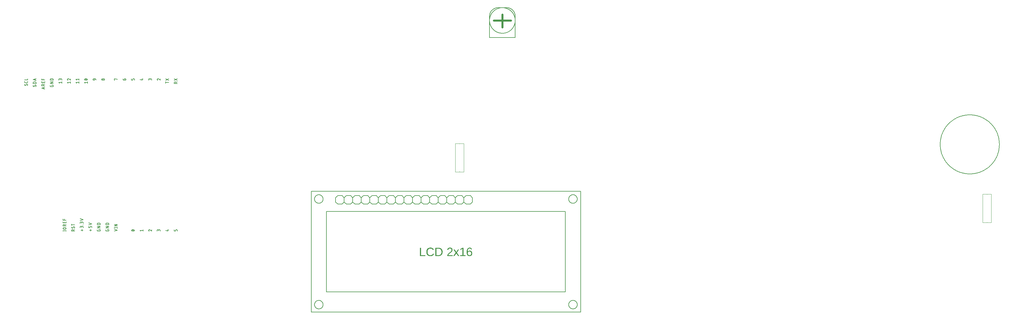
<source format=gbr>
G04 EAGLE Gerber RS-274X export*
G75*
%MOMM*%
%FSLAX34Y34*%
%LPD*%
%INSilkscreen Top*%
%IPPOS*%
%AMOC8*
5,1,8,0,0,1.08239X$1,22.5*%
G01*
G04 Define Apertures*
%ADD10C,0.120000*%
%ADD11C,0.152400*%
%ADD12C,0.127000*%
%ADD13C,0.609600*%
G36*
X1513340Y199009D02*
X1504100Y199009D01*
X1504100Y223712D01*
X1512271Y223712D01*
X1513044Y223700D01*
X1513795Y223663D01*
X1514523Y223601D01*
X1515230Y223515D01*
X1515913Y223405D01*
X1516575Y223270D01*
X1517214Y223110D01*
X1517830Y222925D01*
X1518425Y222716D01*
X1518996Y222483D01*
X1519546Y222225D01*
X1520073Y221942D01*
X1520578Y221635D01*
X1521060Y221303D01*
X1521520Y220946D01*
X1521957Y220565D01*
X1522370Y220161D01*
X1522756Y219737D01*
X1523116Y219291D01*
X1523449Y218825D01*
X1523755Y218339D01*
X1524035Y217831D01*
X1524288Y217303D01*
X1524515Y216754D01*
X1524714Y216184D01*
X1524888Y215594D01*
X1525034Y214982D01*
X1525154Y214350D01*
X1525247Y213698D01*
X1525314Y213024D01*
X1525354Y212330D01*
X1525367Y211615D01*
X1525344Y210674D01*
X1525274Y209763D01*
X1525158Y208883D01*
X1524995Y208032D01*
X1524785Y207210D01*
X1524529Y206419D01*
X1524226Y205658D01*
X1523877Y204926D01*
X1523485Y204230D01*
X1523054Y203577D01*
X1522584Y202965D01*
X1522075Y202395D01*
X1521528Y201867D01*
X1520941Y201381D01*
X1520316Y200937D01*
X1519652Y200534D01*
X1518955Y200177D01*
X1518232Y199867D01*
X1517482Y199605D01*
X1516706Y199390D01*
X1515904Y199223D01*
X1515076Y199104D01*
X1514221Y199033D01*
X1513784Y199015D01*
X1513340Y199009D01*
G37*
%LPC*%
G36*
X1512954Y201691D02*
X1513623Y201710D01*
X1514272Y201766D01*
X1514900Y201859D01*
X1515507Y201989D01*
X1516094Y202157D01*
X1516661Y202362D01*
X1517207Y202604D01*
X1517732Y202884D01*
X1518232Y203198D01*
X1518702Y203545D01*
X1519143Y203926D01*
X1519553Y204339D01*
X1519934Y204785D01*
X1520284Y205264D01*
X1520605Y205775D01*
X1520896Y206320D01*
X1521155Y206894D01*
X1521380Y207492D01*
X1521570Y208117D01*
X1521725Y208766D01*
X1521846Y209440D01*
X1521932Y210140D01*
X1521984Y210865D01*
X1522001Y211615D01*
X1521991Y212180D01*
X1521962Y212729D01*
X1521913Y213261D01*
X1521844Y213775D01*
X1521755Y214273D01*
X1521647Y214753D01*
X1521519Y215216D01*
X1521372Y215663D01*
X1521205Y216092D01*
X1521018Y216504D01*
X1520812Y216899D01*
X1520586Y217277D01*
X1520340Y217638D01*
X1520075Y217982D01*
X1519790Y218309D01*
X1519485Y218619D01*
X1519162Y218911D01*
X1518821Y219184D01*
X1518462Y219438D01*
X1518086Y219674D01*
X1517693Y219890D01*
X1517281Y220088D01*
X1516852Y220267D01*
X1516406Y220427D01*
X1515942Y220568D01*
X1515460Y220691D01*
X1514961Y220794D01*
X1514444Y220879D01*
X1513909Y220945D01*
X1513357Y220992D01*
X1512788Y221020D01*
X1512200Y221030D01*
X1507449Y221030D01*
X1507449Y201691D01*
X1512954Y201691D01*
G37*
%LPD*%
G36*
X1605382Y198658D02*
X1604868Y198671D01*
X1604369Y198707D01*
X1603886Y198767D01*
X1603418Y198852D01*
X1602966Y198961D01*
X1602528Y199095D01*
X1602106Y199252D01*
X1601700Y199434D01*
X1601309Y199640D01*
X1600933Y199871D01*
X1600572Y200125D01*
X1600227Y200404D01*
X1599897Y200707D01*
X1599583Y201034D01*
X1599284Y201386D01*
X1599000Y201762D01*
X1598732Y202161D01*
X1598482Y202581D01*
X1598249Y203025D01*
X1598033Y203490D01*
X1597835Y203977D01*
X1597654Y204486D01*
X1597490Y205017D01*
X1597343Y205570D01*
X1597214Y206146D01*
X1597102Y206743D01*
X1597007Y207363D01*
X1596929Y208004D01*
X1596869Y208668D01*
X1596825Y209353D01*
X1596799Y210061D01*
X1596791Y210791D01*
X1596800Y211581D01*
X1596827Y212348D01*
X1596872Y213092D01*
X1596934Y213813D01*
X1597015Y214510D01*
X1597114Y215184D01*
X1597230Y215835D01*
X1597365Y216462D01*
X1597518Y217067D01*
X1597688Y217648D01*
X1597876Y218205D01*
X1598083Y218739D01*
X1598307Y219251D01*
X1598549Y219738D01*
X1598809Y220203D01*
X1599088Y220644D01*
X1599382Y221060D01*
X1599692Y221449D01*
X1600017Y221812D01*
X1600358Y222147D01*
X1600713Y222456D01*
X1601084Y222738D01*
X1601470Y222993D01*
X1601871Y223221D01*
X1602287Y223423D01*
X1602719Y223597D01*
X1603165Y223745D01*
X1603627Y223865D01*
X1604105Y223959D01*
X1604597Y224027D01*
X1605104Y224067D01*
X1605627Y224080D01*
X1606310Y224061D01*
X1606961Y224002D01*
X1607579Y223903D01*
X1608165Y223766D01*
X1608719Y223589D01*
X1609240Y223373D01*
X1609729Y223117D01*
X1610186Y222822D01*
X1610610Y222488D01*
X1611002Y222115D01*
X1611362Y221702D01*
X1611689Y221250D01*
X1611984Y220758D01*
X1612247Y220228D01*
X1612477Y219658D01*
X1612675Y219048D01*
X1609660Y218505D01*
X1609535Y218870D01*
X1609393Y219212D01*
X1609233Y219530D01*
X1609057Y219824D01*
X1608863Y220095D01*
X1608652Y220343D01*
X1608424Y220566D01*
X1608178Y220767D01*
X1607915Y220943D01*
X1607635Y221096D01*
X1607338Y221226D01*
X1607023Y221332D01*
X1606691Y221415D01*
X1606342Y221473D01*
X1605976Y221509D01*
X1605592Y221521D01*
X1605259Y221511D01*
X1604936Y221481D01*
X1604622Y221432D01*
X1604318Y221363D01*
X1604024Y221275D01*
X1603738Y221167D01*
X1603463Y221039D01*
X1603197Y220892D01*
X1602940Y220724D01*
X1602693Y220538D01*
X1602456Y220331D01*
X1602228Y220105D01*
X1602009Y219860D01*
X1601800Y219594D01*
X1601601Y219309D01*
X1601411Y219005D01*
X1601231Y218681D01*
X1601063Y218340D01*
X1600907Y217982D01*
X1600762Y217606D01*
X1600629Y217212D01*
X1600508Y216801D01*
X1600398Y216372D01*
X1600300Y215926D01*
X1600213Y215461D01*
X1600137Y214980D01*
X1600074Y214480D01*
X1600022Y213964D01*
X1599981Y213429D01*
X1599952Y212877D01*
X1599929Y211720D01*
X1600155Y212107D01*
X1600403Y212470D01*
X1600672Y212809D01*
X1600964Y213125D01*
X1601277Y213416D01*
X1601612Y213684D01*
X1601969Y213928D01*
X1602349Y214148D01*
X1602746Y214343D01*
X1603157Y214513D01*
X1603583Y214656D01*
X1604023Y214773D01*
X1604477Y214864D01*
X1604946Y214929D01*
X1605428Y214968D01*
X1605925Y214981D01*
X1606347Y214973D01*
X1606758Y214948D01*
X1607158Y214906D01*
X1607546Y214847D01*
X1607924Y214772D01*
X1608291Y214680D01*
X1608647Y214572D01*
X1608991Y214446D01*
X1609325Y214304D01*
X1609647Y214145D01*
X1609959Y213970D01*
X1610260Y213778D01*
X1610549Y213569D01*
X1610828Y213343D01*
X1611095Y213101D01*
X1611351Y212842D01*
X1611595Y212569D01*
X1611822Y212284D01*
X1612034Y211988D01*
X1612230Y211681D01*
X1612410Y211361D01*
X1612575Y211031D01*
X1612724Y210689D01*
X1612857Y210335D01*
X1612975Y209970D01*
X1613077Y209593D01*
X1613163Y209205D01*
X1613233Y208805D01*
X1613288Y208394D01*
X1613328Y207971D01*
X1613351Y207537D01*
X1613359Y207091D01*
X1613351Y206609D01*
X1613326Y206140D01*
X1613284Y205683D01*
X1613226Y205240D01*
X1613152Y204809D01*
X1613061Y204391D01*
X1612953Y203986D01*
X1612829Y203594D01*
X1612688Y203214D01*
X1612530Y202848D01*
X1612356Y202495D01*
X1612166Y202154D01*
X1611958Y201826D01*
X1611735Y201511D01*
X1611494Y201209D01*
X1611238Y200920D01*
X1610966Y200646D01*
X1610682Y200390D01*
X1610385Y200151D01*
X1610076Y199931D01*
X1609754Y199727D01*
X1609420Y199542D01*
X1609073Y199374D01*
X1608713Y199224D01*
X1608341Y199091D01*
X1607956Y198976D01*
X1607558Y198879D01*
X1607148Y198800D01*
X1606725Y198738D01*
X1606290Y198694D01*
X1605842Y198667D01*
X1605382Y198658D01*
G37*
%LPC*%
G36*
X1605277Y201201D02*
X1605558Y201207D01*
X1605831Y201225D01*
X1606355Y201296D01*
X1606848Y201416D01*
X1607310Y201584D01*
X1607742Y201800D01*
X1608143Y202063D01*
X1608513Y202375D01*
X1608853Y202735D01*
X1609157Y203136D01*
X1609421Y203573D01*
X1609644Y204047D01*
X1609826Y204556D01*
X1609968Y205101D01*
X1610069Y205682D01*
X1610130Y206298D01*
X1610151Y206951D01*
X1610130Y207603D01*
X1610068Y208216D01*
X1609966Y208790D01*
X1609822Y209327D01*
X1609637Y209825D01*
X1609411Y210284D01*
X1609144Y210706D01*
X1608836Y211089D01*
X1608491Y211430D01*
X1608113Y211725D01*
X1607704Y211976D01*
X1607262Y212180D01*
X1606788Y212339D01*
X1606281Y212453D01*
X1605742Y212521D01*
X1605171Y212544D01*
X1604632Y212524D01*
X1604120Y212463D01*
X1603634Y212363D01*
X1603175Y212222D01*
X1602742Y212041D01*
X1602336Y211819D01*
X1601956Y211557D01*
X1601603Y211255D01*
X1601285Y210918D01*
X1601009Y210550D01*
X1600776Y210152D01*
X1600584Y209723D01*
X1600436Y209264D01*
X1600330Y208775D01*
X1600266Y208255D01*
X1600245Y207705D01*
X1600267Y207007D01*
X1600333Y206341D01*
X1600443Y205707D01*
X1600598Y205106D01*
X1600796Y204537D01*
X1601039Y204000D01*
X1601325Y203496D01*
X1601656Y203024D01*
X1602021Y202597D01*
X1602412Y202226D01*
X1602827Y201913D01*
X1603267Y201656D01*
X1603496Y201550D01*
X1603732Y201457D01*
X1603974Y201379D01*
X1604222Y201315D01*
X1604476Y201265D01*
X1604737Y201229D01*
X1605004Y201208D01*
X1605277Y201201D01*
G37*
%LPD*%
G36*
X1489117Y198658D02*
X1488654Y198664D01*
X1488199Y198683D01*
X1487752Y198713D01*
X1487313Y198755D01*
X1486458Y198877D01*
X1485634Y199046D01*
X1484843Y199264D01*
X1484082Y199531D01*
X1483353Y199846D01*
X1482656Y200210D01*
X1481995Y200619D01*
X1481374Y201069D01*
X1480794Y201561D01*
X1480254Y202095D01*
X1479755Y202670D01*
X1479297Y203287D01*
X1478878Y203945D01*
X1478501Y204646D01*
X1478166Y205383D01*
X1477876Y206154D01*
X1477630Y206958D01*
X1477429Y207795D01*
X1477273Y208665D01*
X1477161Y209568D01*
X1477094Y210505D01*
X1477072Y211474D01*
X1477085Y212203D01*
X1477122Y212912D01*
X1477184Y213600D01*
X1477272Y214269D01*
X1477384Y214917D01*
X1477521Y215546D01*
X1477683Y216154D01*
X1477870Y216743D01*
X1478082Y217312D01*
X1478319Y217860D01*
X1478580Y218389D01*
X1478867Y218897D01*
X1479179Y219386D01*
X1479515Y219854D01*
X1479877Y220303D01*
X1480263Y220732D01*
X1480671Y221137D01*
X1481099Y221516D01*
X1481546Y221870D01*
X1482012Y222197D01*
X1482497Y222497D01*
X1483001Y222772D01*
X1483525Y223021D01*
X1484068Y223243D01*
X1484629Y223439D01*
X1485210Y223609D01*
X1485811Y223753D01*
X1486430Y223871D01*
X1487069Y223963D01*
X1487726Y224028D01*
X1488403Y224067D01*
X1489099Y224080D01*
X1489587Y224074D01*
X1490065Y224056D01*
X1490533Y224026D01*
X1490991Y223984D01*
X1491438Y223930D01*
X1491875Y223863D01*
X1492303Y223785D01*
X1492720Y223695D01*
X1493523Y223478D01*
X1494287Y223212D01*
X1495009Y222899D01*
X1495691Y222537D01*
X1496331Y222128D01*
X1496927Y221673D01*
X1497480Y221171D01*
X1497988Y220622D01*
X1498453Y220027D01*
X1498874Y219385D01*
X1499251Y218696D01*
X1499584Y217961D01*
X1496410Y216910D01*
X1496179Y217433D01*
X1495916Y217924D01*
X1495619Y218384D01*
X1495290Y218812D01*
X1494929Y219208D01*
X1494535Y219572D01*
X1494108Y219905D01*
X1493649Y220206D01*
X1493162Y220473D01*
X1492653Y220704D01*
X1492122Y220900D01*
X1491569Y221060D01*
X1490994Y221185D01*
X1490396Y221274D01*
X1489776Y221327D01*
X1489134Y221345D01*
X1488629Y221335D01*
X1488137Y221304D01*
X1487660Y221252D01*
X1487197Y221180D01*
X1486748Y221088D01*
X1486314Y220974D01*
X1485894Y220840D01*
X1485488Y220686D01*
X1485096Y220510D01*
X1484718Y220315D01*
X1484355Y220098D01*
X1484006Y219861D01*
X1483671Y219603D01*
X1483351Y219325D01*
X1483045Y219026D01*
X1482753Y218707D01*
X1482477Y218369D01*
X1482218Y218016D01*
X1481978Y217648D01*
X1481755Y217265D01*
X1481551Y216867D01*
X1481364Y216453D01*
X1481195Y216024D01*
X1481043Y215579D01*
X1480910Y215120D01*
X1480794Y214645D01*
X1480696Y214155D01*
X1480616Y213649D01*
X1480554Y213128D01*
X1480509Y212592D01*
X1480482Y212041D01*
X1480473Y211474D01*
X1480483Y210914D01*
X1480511Y210367D01*
X1480557Y209834D01*
X1480622Y209315D01*
X1480705Y208810D01*
X1480807Y208319D01*
X1480928Y207842D01*
X1481067Y207379D01*
X1481225Y206929D01*
X1481401Y206494D01*
X1481596Y206072D01*
X1481810Y205664D01*
X1482042Y205270D01*
X1482292Y204890D01*
X1482561Y204524D01*
X1482849Y204172D01*
X1483153Y203838D01*
X1483469Y203525D01*
X1483799Y203234D01*
X1484141Y202964D01*
X1484497Y202716D01*
X1484866Y202490D01*
X1485248Y202285D01*
X1485643Y202101D01*
X1486051Y201939D01*
X1486473Y201799D01*
X1486907Y201681D01*
X1487354Y201584D01*
X1487815Y201508D01*
X1488288Y201454D01*
X1488775Y201422D01*
X1489275Y201411D01*
X1489913Y201431D01*
X1490532Y201491D01*
X1491130Y201592D01*
X1491708Y201732D01*
X1492266Y201913D01*
X1492804Y202133D01*
X1493322Y202394D01*
X1493820Y202695D01*
X1494297Y203036D01*
X1494755Y203418D01*
X1495192Y203839D01*
X1495609Y204300D01*
X1496006Y204802D01*
X1496383Y205344D01*
X1496740Y205926D01*
X1497077Y206548D01*
X1499812Y205180D01*
X1499411Y204406D01*
X1498972Y203680D01*
X1498494Y203002D01*
X1497977Y202371D01*
X1497422Y201788D01*
X1496828Y201252D01*
X1496196Y200764D01*
X1495525Y200324D01*
X1494821Y199934D01*
X1494089Y199595D01*
X1493329Y199309D01*
X1492542Y199075D01*
X1492138Y198977D01*
X1491727Y198893D01*
X1491310Y198821D01*
X1490885Y198762D01*
X1490453Y198717D01*
X1490015Y198684D01*
X1489569Y198665D01*
X1489117Y198658D01*
G37*
G36*
X1555225Y199009D02*
X1538867Y199009D01*
X1538867Y201236D01*
X1539097Y201741D01*
X1539339Y202231D01*
X1539593Y202706D01*
X1539860Y203166D01*
X1540139Y203611D01*
X1540430Y204041D01*
X1540734Y204456D01*
X1541050Y204856D01*
X1541702Y205622D01*
X1542371Y206351D01*
X1543057Y207042D01*
X1543759Y207696D01*
X1545172Y208921D01*
X1546573Y210054D01*
X1547252Y210598D01*
X1547898Y211141D01*
X1548510Y211685D01*
X1549088Y212228D01*
X1549623Y212778D01*
X1550103Y213342D01*
X1550530Y213918D01*
X1550903Y214508D01*
X1551065Y214811D01*
X1551206Y215123D01*
X1551325Y215446D01*
X1551422Y215779D01*
X1551498Y216121D01*
X1551552Y216473D01*
X1551585Y216836D01*
X1551596Y217208D01*
X1551577Y217702D01*
X1551521Y218167D01*
X1551428Y218605D01*
X1551298Y219013D01*
X1551130Y219394D01*
X1550925Y219745D01*
X1550683Y220069D01*
X1550403Y220363D01*
X1550091Y220626D01*
X1549749Y220854D01*
X1549379Y221047D01*
X1548979Y221205D01*
X1548550Y221328D01*
X1548092Y221415D01*
X1547606Y221468D01*
X1547090Y221485D01*
X1546597Y221468D01*
X1546126Y221417D01*
X1545677Y221331D01*
X1545251Y221212D01*
X1544847Y221057D01*
X1544465Y220869D01*
X1544105Y220647D01*
X1543767Y220390D01*
X1543458Y220102D01*
X1543182Y219786D01*
X1542939Y219443D01*
X1542731Y219073D01*
X1542556Y218674D01*
X1542415Y218248D01*
X1542307Y217794D01*
X1542233Y217313D01*
X1539007Y217611D01*
X1539058Y217976D01*
X1539123Y218333D01*
X1539203Y218679D01*
X1539296Y219017D01*
X1539404Y219345D01*
X1539526Y219663D01*
X1539661Y219972D01*
X1539812Y220271D01*
X1539976Y220561D01*
X1540154Y220842D01*
X1540347Y221113D01*
X1540554Y221375D01*
X1540775Y221627D01*
X1541010Y221870D01*
X1541523Y222327D01*
X1541799Y222539D01*
X1542084Y222738D01*
X1542379Y222923D01*
X1542683Y223094D01*
X1542997Y223252D01*
X1543321Y223395D01*
X1543654Y223526D01*
X1543997Y223642D01*
X1544350Y223745D01*
X1544713Y223834D01*
X1545085Y223909D01*
X1545466Y223971D01*
X1545858Y224019D01*
X1546259Y224053D01*
X1546669Y224073D01*
X1547090Y224080D01*
X1547550Y224073D01*
X1547996Y224053D01*
X1548429Y224018D01*
X1548849Y223970D01*
X1549255Y223908D01*
X1549648Y223832D01*
X1550027Y223743D01*
X1550392Y223640D01*
X1550745Y223523D01*
X1551083Y223392D01*
X1551408Y223247D01*
X1551720Y223089D01*
X1552018Y222917D01*
X1552303Y222731D01*
X1552574Y222532D01*
X1552832Y222318D01*
X1553075Y222092D01*
X1553302Y221855D01*
X1553514Y221605D01*
X1553710Y221345D01*
X1553890Y221072D01*
X1554055Y220788D01*
X1554204Y220493D01*
X1554337Y220186D01*
X1554455Y219867D01*
X1554557Y219537D01*
X1554643Y219195D01*
X1554714Y218842D01*
X1554768Y218477D01*
X1554808Y218100D01*
X1554831Y217712D01*
X1554839Y217313D01*
X1554829Y216954D01*
X1554798Y216595D01*
X1554747Y216237D01*
X1554675Y215880D01*
X1554582Y215523D01*
X1554469Y215166D01*
X1554336Y214810D01*
X1554182Y214455D01*
X1554007Y214100D01*
X1553813Y213745D01*
X1553599Y213390D01*
X1553364Y213035D01*
X1552835Y212325D01*
X1552227Y211615D01*
X1551865Y211235D01*
X1551430Y210807D01*
X1550338Y209805D01*
X1548949Y208607D01*
X1547265Y207214D01*
X1546308Y206410D01*
X1545455Y205647D01*
X1544704Y204925D01*
X1544057Y204242D01*
X1543502Y203587D01*
X1543031Y202943D01*
X1542827Y202625D01*
X1542643Y202311D01*
X1542480Y202000D01*
X1542338Y201691D01*
X1555225Y201691D01*
X1555225Y199009D01*
G37*
G36*
X1593215Y199009D02*
X1577734Y199009D01*
X1577734Y201691D01*
X1584028Y201691D01*
X1584028Y220697D01*
X1578453Y216717D01*
X1578453Y219697D01*
X1584291Y223712D01*
X1587201Y223712D01*
X1587201Y201691D01*
X1593215Y201691D01*
X1593215Y199009D01*
G37*
G36*
X1560835Y199009D02*
X1557433Y199009D01*
X1564183Y208757D01*
X1557749Y217979D01*
X1561238Y217979D01*
X1565971Y210598D01*
X1570670Y217979D01*
X1574194Y217979D01*
X1567760Y208792D01*
X1574597Y199009D01*
X1571073Y199009D01*
X1565971Y206793D01*
X1560835Y199009D01*
G37*
G36*
X1474057Y199009D02*
X1458225Y199009D01*
X1458225Y223712D01*
X1461574Y223712D01*
X1461574Y201744D01*
X1474057Y201744D01*
X1474057Y199009D01*
G37*
D10*
X1588253Y449498D02*
X1563253Y449498D01*
X1563253Y534498D01*
X1588253Y534498D01*
X1588253Y449498D01*
X1575753Y449498D02*
X1575753Y450888D01*
X1575753Y533108D02*
X1575753Y534498D01*
D11*
X503770Y277811D02*
X503770Y276371D01*
X503770Y277811D02*
X508568Y277811D01*
X508568Y274932D01*
X508566Y274846D01*
X508560Y274760D01*
X508551Y274674D01*
X508537Y274589D01*
X508520Y274505D01*
X508499Y274421D01*
X508474Y274339D01*
X508446Y274258D01*
X508414Y274178D01*
X508378Y274099D01*
X508339Y274023D01*
X508296Y273948D01*
X508251Y273875D01*
X508202Y273804D01*
X508149Y273736D01*
X508094Y273669D01*
X508036Y273606D01*
X507975Y273545D01*
X507912Y273487D01*
X507845Y273432D01*
X507777Y273380D01*
X507706Y273330D01*
X507633Y273285D01*
X507558Y273242D01*
X507482Y273203D01*
X507403Y273167D01*
X507323Y273135D01*
X507242Y273107D01*
X507160Y273082D01*
X507076Y273061D01*
X506992Y273044D01*
X506907Y273030D01*
X506821Y273021D01*
X506735Y273015D01*
X506649Y273013D01*
X501851Y273013D01*
X501765Y273015D01*
X501679Y273021D01*
X501593Y273030D01*
X501508Y273044D01*
X501424Y273061D01*
X501340Y273082D01*
X501258Y273107D01*
X501177Y273135D01*
X501097Y273167D01*
X501018Y273203D01*
X500942Y273242D01*
X500867Y273285D01*
X500794Y273330D01*
X500723Y273379D01*
X500655Y273432D01*
X500588Y273487D01*
X500525Y273545D01*
X500464Y273606D01*
X500406Y273669D01*
X500351Y273736D01*
X500299Y273804D01*
X500249Y273875D01*
X500204Y273948D01*
X500161Y274023D01*
X500122Y274099D01*
X500086Y274178D01*
X500054Y274258D01*
X500026Y274339D01*
X500001Y274421D01*
X499980Y274505D01*
X499963Y274589D01*
X499949Y274674D01*
X499940Y274760D01*
X499934Y274846D01*
X499932Y274932D01*
X499932Y277811D01*
X499932Y282767D02*
X508568Y282767D01*
X508568Y287564D02*
X499932Y282767D01*
X499932Y287564D02*
X508568Y287564D01*
X508568Y292520D02*
X499932Y292520D01*
X499932Y294919D01*
X499934Y295016D01*
X499940Y295112D01*
X499949Y295208D01*
X499963Y295304D01*
X499980Y295399D01*
X500002Y295493D01*
X500027Y295586D01*
X500055Y295679D01*
X500088Y295770D01*
X500124Y295859D01*
X500164Y295947D01*
X500207Y296034D01*
X500253Y296119D01*
X500303Y296201D01*
X500357Y296282D01*
X500413Y296360D01*
X500473Y296436D01*
X500535Y296510D01*
X500601Y296581D01*
X500669Y296649D01*
X500740Y296715D01*
X500814Y296777D01*
X500890Y296837D01*
X500968Y296893D01*
X501049Y296947D01*
X501132Y296997D01*
X501216Y297043D01*
X501303Y297086D01*
X501391Y297126D01*
X501480Y297162D01*
X501571Y297195D01*
X501664Y297223D01*
X501757Y297248D01*
X501851Y297270D01*
X501946Y297287D01*
X502042Y297301D01*
X502138Y297310D01*
X502234Y297316D01*
X502331Y297318D01*
X506169Y297318D01*
X506266Y297316D01*
X506362Y297310D01*
X506458Y297301D01*
X506554Y297287D01*
X506649Y297270D01*
X506743Y297248D01*
X506836Y297223D01*
X506929Y297195D01*
X507020Y297162D01*
X507109Y297126D01*
X507197Y297086D01*
X507284Y297043D01*
X507369Y296997D01*
X507451Y296947D01*
X507532Y296893D01*
X507610Y296837D01*
X507686Y296777D01*
X507760Y296715D01*
X507831Y296649D01*
X507899Y296581D01*
X507965Y296510D01*
X508027Y296436D01*
X508087Y296360D01*
X508143Y296282D01*
X508197Y296201D01*
X508247Y296119D01*
X508293Y296034D01*
X508336Y295947D01*
X508376Y295859D01*
X508412Y295770D01*
X508445Y295679D01*
X508473Y295586D01*
X508498Y295493D01*
X508520Y295399D01*
X508537Y295304D01*
X508551Y295208D01*
X508560Y295112D01*
X508566Y295016D01*
X508568Y294919D01*
X508568Y292520D01*
X529170Y277811D02*
X529170Y276371D01*
X529170Y277811D02*
X533968Y277811D01*
X533968Y274932D01*
X533966Y274846D01*
X533960Y274760D01*
X533951Y274674D01*
X533937Y274589D01*
X533920Y274505D01*
X533899Y274421D01*
X533874Y274339D01*
X533846Y274258D01*
X533814Y274178D01*
X533778Y274099D01*
X533739Y274023D01*
X533696Y273948D01*
X533651Y273875D01*
X533602Y273804D01*
X533549Y273736D01*
X533494Y273669D01*
X533436Y273606D01*
X533375Y273545D01*
X533312Y273487D01*
X533245Y273432D01*
X533177Y273380D01*
X533106Y273330D01*
X533033Y273285D01*
X532958Y273242D01*
X532882Y273203D01*
X532803Y273167D01*
X532723Y273135D01*
X532642Y273107D01*
X532560Y273082D01*
X532476Y273061D01*
X532392Y273044D01*
X532307Y273030D01*
X532221Y273021D01*
X532135Y273015D01*
X532049Y273013D01*
X527251Y273013D01*
X527165Y273015D01*
X527079Y273021D01*
X526993Y273030D01*
X526908Y273044D01*
X526824Y273061D01*
X526740Y273082D01*
X526658Y273107D01*
X526577Y273135D01*
X526497Y273167D01*
X526418Y273203D01*
X526342Y273242D01*
X526267Y273285D01*
X526194Y273330D01*
X526123Y273379D01*
X526055Y273432D01*
X525988Y273487D01*
X525925Y273545D01*
X525864Y273606D01*
X525806Y273669D01*
X525751Y273736D01*
X525699Y273804D01*
X525649Y273875D01*
X525604Y273948D01*
X525561Y274023D01*
X525522Y274099D01*
X525486Y274178D01*
X525454Y274258D01*
X525426Y274339D01*
X525401Y274421D01*
X525380Y274505D01*
X525363Y274589D01*
X525349Y274674D01*
X525340Y274760D01*
X525334Y274846D01*
X525332Y274932D01*
X525332Y277811D01*
X525332Y282767D02*
X533968Y282767D01*
X533968Y287564D02*
X525332Y282767D01*
X525332Y287564D02*
X533968Y287564D01*
X533968Y292520D02*
X525332Y292520D01*
X525332Y294919D01*
X525334Y295016D01*
X525340Y295112D01*
X525349Y295208D01*
X525363Y295304D01*
X525380Y295399D01*
X525402Y295493D01*
X525427Y295586D01*
X525455Y295679D01*
X525488Y295770D01*
X525524Y295859D01*
X525564Y295947D01*
X525607Y296034D01*
X525653Y296119D01*
X525703Y296201D01*
X525757Y296282D01*
X525813Y296360D01*
X525873Y296436D01*
X525935Y296510D01*
X526001Y296581D01*
X526069Y296649D01*
X526140Y296715D01*
X526214Y296777D01*
X526290Y296837D01*
X526368Y296893D01*
X526449Y296947D01*
X526532Y296997D01*
X526616Y297043D01*
X526703Y297086D01*
X526791Y297126D01*
X526880Y297162D01*
X526971Y297195D01*
X527064Y297223D01*
X527157Y297248D01*
X527251Y297270D01*
X527346Y297287D01*
X527442Y297301D01*
X527538Y297310D01*
X527634Y297316D01*
X527731Y297318D01*
X531569Y297318D01*
X531666Y297316D01*
X531762Y297310D01*
X531858Y297301D01*
X531954Y297287D01*
X532049Y297270D01*
X532143Y297248D01*
X532236Y297223D01*
X532329Y297195D01*
X532420Y297162D01*
X532509Y297126D01*
X532597Y297086D01*
X532684Y297043D01*
X532769Y296997D01*
X532851Y296947D01*
X532932Y296893D01*
X533010Y296837D01*
X533086Y296777D01*
X533160Y296715D01*
X533231Y296649D01*
X533299Y296581D01*
X533365Y296510D01*
X533427Y296436D01*
X533487Y296360D01*
X533543Y296282D01*
X533597Y296201D01*
X533647Y296119D01*
X533693Y296034D01*
X533736Y295947D01*
X533776Y295859D01*
X533812Y295770D01*
X533845Y295679D01*
X533873Y295586D01*
X533898Y295493D01*
X533920Y295399D01*
X533937Y295304D01*
X533951Y295208D01*
X533960Y295112D01*
X533966Y295016D01*
X533968Y294919D01*
X533968Y292520D01*
X479810Y278770D02*
X479810Y273013D01*
X482688Y275892D02*
X476931Y275892D01*
X483168Y283246D02*
X483168Y286125D01*
X483166Y286211D01*
X483160Y286297D01*
X483151Y286383D01*
X483137Y286468D01*
X483120Y286552D01*
X483099Y286636D01*
X483074Y286718D01*
X483046Y286799D01*
X483014Y286879D01*
X482978Y286958D01*
X482939Y287034D01*
X482896Y287109D01*
X482851Y287182D01*
X482802Y287253D01*
X482749Y287321D01*
X482694Y287388D01*
X482636Y287451D01*
X482575Y287512D01*
X482512Y287570D01*
X482445Y287625D01*
X482377Y287678D01*
X482306Y287727D01*
X482233Y287772D01*
X482158Y287815D01*
X482082Y287854D01*
X482003Y287890D01*
X481923Y287922D01*
X481842Y287950D01*
X481760Y287975D01*
X481676Y287996D01*
X481592Y288013D01*
X481507Y288027D01*
X481421Y288036D01*
X481335Y288042D01*
X481249Y288044D01*
X480289Y288044D01*
X480203Y288042D01*
X480117Y288036D01*
X480031Y288027D01*
X479946Y288013D01*
X479862Y287996D01*
X479778Y287975D01*
X479696Y287950D01*
X479615Y287922D01*
X479535Y287890D01*
X479456Y287854D01*
X479380Y287815D01*
X479305Y287772D01*
X479232Y287727D01*
X479161Y287678D01*
X479093Y287625D01*
X479026Y287570D01*
X478963Y287512D01*
X478902Y287451D01*
X478844Y287388D01*
X478789Y287321D01*
X478737Y287253D01*
X478687Y287182D01*
X478642Y287109D01*
X478599Y287034D01*
X478560Y286958D01*
X478524Y286879D01*
X478492Y286799D01*
X478464Y286718D01*
X478439Y286636D01*
X478418Y286552D01*
X478401Y286468D01*
X478387Y286383D01*
X478378Y286297D01*
X478372Y286211D01*
X478370Y286125D01*
X478370Y283246D01*
X474532Y283246D01*
X474532Y288044D01*
X474532Y291911D02*
X483168Y294789D01*
X474532Y297668D01*
X432368Y273013D02*
X423732Y273013D01*
X423732Y275412D01*
X423734Y275509D01*
X423740Y275605D01*
X423749Y275701D01*
X423763Y275797D01*
X423780Y275892D01*
X423802Y275986D01*
X423827Y276079D01*
X423855Y276172D01*
X423888Y276263D01*
X423924Y276352D01*
X423964Y276440D01*
X424007Y276527D01*
X424053Y276612D01*
X424103Y276694D01*
X424157Y276775D01*
X424213Y276853D01*
X424273Y276929D01*
X424335Y277003D01*
X424401Y277074D01*
X424469Y277142D01*
X424540Y277208D01*
X424614Y277270D01*
X424690Y277330D01*
X424768Y277386D01*
X424849Y277440D01*
X424932Y277490D01*
X425016Y277536D01*
X425103Y277579D01*
X425191Y277619D01*
X425280Y277655D01*
X425371Y277688D01*
X425464Y277716D01*
X425557Y277741D01*
X425651Y277763D01*
X425746Y277780D01*
X425842Y277794D01*
X425938Y277803D01*
X426034Y277809D01*
X426131Y277811D01*
X426228Y277809D01*
X426324Y277803D01*
X426420Y277794D01*
X426516Y277780D01*
X426611Y277763D01*
X426705Y277741D01*
X426798Y277716D01*
X426891Y277688D01*
X426982Y277655D01*
X427071Y277619D01*
X427159Y277579D01*
X427246Y277536D01*
X427331Y277490D01*
X427413Y277440D01*
X427494Y277386D01*
X427572Y277330D01*
X427648Y277270D01*
X427722Y277208D01*
X427793Y277142D01*
X427861Y277074D01*
X427927Y277003D01*
X427989Y276929D01*
X428049Y276853D01*
X428105Y276775D01*
X428159Y276694D01*
X428209Y276612D01*
X428255Y276527D01*
X428298Y276440D01*
X428338Y276352D01*
X428374Y276263D01*
X428407Y276172D01*
X428435Y276079D01*
X428460Y275986D01*
X428482Y275892D01*
X428499Y275797D01*
X428513Y275701D01*
X428522Y275605D01*
X428528Y275509D01*
X428530Y275412D01*
X428530Y273013D01*
X428530Y275892D02*
X432368Y277811D01*
X432368Y284646D02*
X432366Y284732D01*
X432360Y284818D01*
X432351Y284904D01*
X432337Y284989D01*
X432320Y285073D01*
X432299Y285157D01*
X432274Y285239D01*
X432246Y285320D01*
X432214Y285400D01*
X432178Y285479D01*
X432139Y285555D01*
X432096Y285630D01*
X432051Y285703D01*
X432002Y285774D01*
X431949Y285842D01*
X431894Y285909D01*
X431836Y285972D01*
X431775Y286033D01*
X431712Y286091D01*
X431645Y286146D01*
X431577Y286199D01*
X431506Y286248D01*
X431433Y286293D01*
X431358Y286336D01*
X431282Y286375D01*
X431203Y286411D01*
X431123Y286443D01*
X431042Y286471D01*
X430960Y286496D01*
X430876Y286517D01*
X430792Y286534D01*
X430707Y286548D01*
X430621Y286557D01*
X430535Y286563D01*
X430449Y286565D01*
X432368Y284646D02*
X432366Y284523D01*
X432361Y284400D01*
X432351Y284277D01*
X432338Y284155D01*
X432321Y284033D01*
X432301Y283911D01*
X432277Y283791D01*
X432249Y283671D01*
X432218Y283552D01*
X432182Y283434D01*
X432144Y283317D01*
X432102Y283201D01*
X432056Y283087D01*
X432007Y282974D01*
X431955Y282863D01*
X431899Y282753D01*
X431840Y282645D01*
X431777Y282539D01*
X431712Y282435D01*
X431643Y282332D01*
X431571Y282232D01*
X431496Y282135D01*
X431419Y282039D01*
X431338Y281946D01*
X431255Y281855D01*
X431169Y281767D01*
X425651Y282008D02*
X425565Y282010D01*
X425479Y282016D01*
X425393Y282025D01*
X425308Y282039D01*
X425224Y282056D01*
X425140Y282077D01*
X425058Y282102D01*
X424977Y282130D01*
X424897Y282162D01*
X424818Y282198D01*
X424742Y282237D01*
X424667Y282280D01*
X424594Y282325D01*
X424523Y282374D01*
X424455Y282427D01*
X424388Y282482D01*
X424325Y282540D01*
X424264Y282601D01*
X424206Y282664D01*
X424151Y282731D01*
X424098Y282799D01*
X424049Y282870D01*
X424004Y282943D01*
X423961Y283018D01*
X423922Y283094D01*
X423886Y283173D01*
X423854Y283253D01*
X423826Y283334D01*
X423801Y283416D01*
X423780Y283500D01*
X423763Y283584D01*
X423749Y283669D01*
X423740Y283755D01*
X423734Y283841D01*
X423732Y283927D01*
X423734Y284043D01*
X423739Y284158D01*
X423749Y284274D01*
X423762Y284389D01*
X423778Y284503D01*
X423799Y284617D01*
X423823Y284731D01*
X423851Y284843D01*
X423882Y284954D01*
X423917Y285065D01*
X423955Y285174D01*
X423997Y285282D01*
X424042Y285388D01*
X424091Y285494D01*
X424143Y285597D01*
X424198Y285699D01*
X424257Y285798D01*
X424319Y285896D01*
X424384Y285992D01*
X424452Y286086D01*
X427330Y282967D02*
X427284Y282892D01*
X427234Y282819D01*
X427181Y282749D01*
X427125Y282681D01*
X427066Y282616D01*
X427004Y282553D01*
X426940Y282494D01*
X426872Y282437D01*
X426802Y282383D01*
X426730Y282333D01*
X426656Y282286D01*
X426580Y282242D01*
X426501Y282202D01*
X426421Y282166D01*
X426340Y282133D01*
X426257Y282104D01*
X426172Y282078D01*
X426087Y282056D01*
X426001Y282039D01*
X425914Y282025D01*
X425827Y282015D01*
X425739Y282009D01*
X425651Y282007D01*
X428770Y285606D02*
X428816Y285680D01*
X428866Y285753D01*
X428919Y285823D01*
X428975Y285891D01*
X429034Y285956D01*
X429096Y286019D01*
X429161Y286078D01*
X429228Y286135D01*
X429298Y286189D01*
X429370Y286239D01*
X429444Y286286D01*
X429520Y286330D01*
X429599Y286370D01*
X429679Y286406D01*
X429760Y286439D01*
X429843Y286469D01*
X429928Y286494D01*
X430013Y286516D01*
X430099Y286533D01*
X430186Y286547D01*
X430273Y286557D01*
X430361Y286563D01*
X430449Y286565D01*
X428770Y285606D02*
X427330Y282967D01*
X423732Y292396D02*
X432368Y292396D01*
X423732Y289997D02*
X423732Y294795D01*
X550732Y273013D02*
X559368Y275892D01*
X550732Y278770D01*
X550732Y283207D02*
X559368Y283207D01*
X559368Y284166D02*
X559368Y282247D01*
X550732Y282247D02*
X550732Y284166D01*
X550732Y288428D02*
X559368Y288428D01*
X559368Y293226D02*
X550732Y288428D01*
X550732Y293226D02*
X559368Y293226D01*
X454410Y278770D02*
X454410Y273013D01*
X457288Y275892D02*
X451531Y275892D01*
X457768Y283246D02*
X457768Y285645D01*
X457766Y285742D01*
X457760Y285838D01*
X457751Y285934D01*
X457737Y286030D01*
X457720Y286125D01*
X457698Y286219D01*
X457673Y286312D01*
X457645Y286405D01*
X457612Y286496D01*
X457576Y286585D01*
X457536Y286673D01*
X457493Y286760D01*
X457447Y286845D01*
X457397Y286927D01*
X457343Y287008D01*
X457287Y287086D01*
X457227Y287162D01*
X457165Y287236D01*
X457099Y287307D01*
X457031Y287375D01*
X456960Y287441D01*
X456886Y287503D01*
X456810Y287563D01*
X456732Y287619D01*
X456651Y287673D01*
X456569Y287723D01*
X456484Y287769D01*
X456397Y287812D01*
X456309Y287852D01*
X456220Y287888D01*
X456129Y287921D01*
X456036Y287949D01*
X455943Y287974D01*
X455849Y287996D01*
X455754Y288013D01*
X455658Y288027D01*
X455562Y288036D01*
X455466Y288042D01*
X455369Y288044D01*
X455272Y288042D01*
X455176Y288036D01*
X455080Y288027D01*
X454984Y288013D01*
X454889Y287996D01*
X454795Y287974D01*
X454702Y287949D01*
X454609Y287921D01*
X454518Y287888D01*
X454429Y287852D01*
X454341Y287812D01*
X454254Y287769D01*
X454170Y287723D01*
X454087Y287673D01*
X454006Y287619D01*
X453928Y287563D01*
X453852Y287503D01*
X453778Y287441D01*
X453707Y287375D01*
X453639Y287307D01*
X453573Y287236D01*
X453511Y287162D01*
X453451Y287086D01*
X453395Y287008D01*
X453341Y286927D01*
X453291Y286845D01*
X453245Y286760D01*
X453202Y286673D01*
X453162Y286585D01*
X453126Y286496D01*
X453093Y286405D01*
X453065Y286312D01*
X453040Y286219D01*
X453018Y286125D01*
X453001Y286030D01*
X452987Y285934D01*
X452978Y285838D01*
X452972Y285742D01*
X452970Y285645D01*
X449132Y286125D02*
X449132Y283246D01*
X449132Y286125D02*
X449134Y286211D01*
X449140Y286297D01*
X449149Y286383D01*
X449163Y286468D01*
X449180Y286552D01*
X449201Y286636D01*
X449226Y286718D01*
X449254Y286799D01*
X449286Y286879D01*
X449322Y286958D01*
X449361Y287034D01*
X449404Y287109D01*
X449449Y287182D01*
X449498Y287253D01*
X449551Y287321D01*
X449606Y287388D01*
X449664Y287451D01*
X449725Y287512D01*
X449788Y287570D01*
X449855Y287625D01*
X449923Y287678D01*
X449994Y287727D01*
X450067Y287772D01*
X450142Y287815D01*
X450218Y287854D01*
X450297Y287890D01*
X450377Y287922D01*
X450458Y287950D01*
X450540Y287975D01*
X450624Y287996D01*
X450708Y288013D01*
X450793Y288027D01*
X450879Y288036D01*
X450965Y288042D01*
X451051Y288044D01*
X451137Y288042D01*
X451223Y288036D01*
X451309Y288027D01*
X451394Y288013D01*
X451478Y287996D01*
X451562Y287975D01*
X451644Y287950D01*
X451725Y287922D01*
X451805Y287890D01*
X451884Y287854D01*
X451960Y287815D01*
X452035Y287772D01*
X452108Y287727D01*
X452179Y287678D01*
X452247Y287625D01*
X452314Y287570D01*
X452377Y287512D01*
X452438Y287451D01*
X452496Y287388D01*
X452551Y287321D01*
X452604Y287253D01*
X452653Y287182D01*
X452698Y287109D01*
X452741Y287034D01*
X452780Y286958D01*
X452816Y286879D01*
X452848Y286799D01*
X452876Y286718D01*
X452901Y286636D01*
X452922Y286552D01*
X452939Y286468D01*
X452953Y286383D01*
X452962Y286297D01*
X452968Y286211D01*
X452970Y286125D01*
X452970Y284206D01*
X457288Y291806D02*
X457768Y291806D01*
X457288Y291806D02*
X457288Y292286D01*
X457768Y292286D01*
X457768Y291806D01*
X457768Y296048D02*
X457768Y298447D01*
X457766Y298544D01*
X457760Y298640D01*
X457751Y298736D01*
X457737Y298832D01*
X457720Y298927D01*
X457698Y299021D01*
X457673Y299114D01*
X457645Y299207D01*
X457612Y299298D01*
X457576Y299387D01*
X457536Y299475D01*
X457493Y299562D01*
X457447Y299647D01*
X457397Y299729D01*
X457343Y299810D01*
X457287Y299888D01*
X457227Y299964D01*
X457165Y300038D01*
X457099Y300109D01*
X457031Y300177D01*
X456960Y300243D01*
X456886Y300305D01*
X456810Y300365D01*
X456732Y300421D01*
X456651Y300475D01*
X456569Y300525D01*
X456484Y300571D01*
X456397Y300614D01*
X456309Y300654D01*
X456220Y300690D01*
X456129Y300723D01*
X456036Y300751D01*
X455943Y300776D01*
X455849Y300798D01*
X455754Y300815D01*
X455658Y300829D01*
X455562Y300838D01*
X455466Y300844D01*
X455369Y300846D01*
X455272Y300844D01*
X455176Y300838D01*
X455080Y300829D01*
X454984Y300815D01*
X454889Y300798D01*
X454795Y300776D01*
X454702Y300751D01*
X454609Y300723D01*
X454518Y300690D01*
X454429Y300654D01*
X454341Y300614D01*
X454254Y300571D01*
X454170Y300525D01*
X454087Y300475D01*
X454006Y300421D01*
X453928Y300365D01*
X453852Y300305D01*
X453778Y300243D01*
X453707Y300177D01*
X453639Y300109D01*
X453573Y300038D01*
X453511Y299964D01*
X453451Y299888D01*
X453395Y299810D01*
X453341Y299729D01*
X453291Y299647D01*
X453245Y299562D01*
X453202Y299475D01*
X453162Y299387D01*
X453126Y299298D01*
X453093Y299207D01*
X453065Y299114D01*
X453040Y299021D01*
X453018Y298927D01*
X453001Y298832D01*
X452987Y298736D01*
X452978Y298640D01*
X452972Y298544D01*
X452970Y298447D01*
X449132Y298927D02*
X449132Y296048D01*
X449132Y298927D02*
X449134Y299013D01*
X449140Y299099D01*
X449149Y299185D01*
X449163Y299270D01*
X449180Y299354D01*
X449201Y299438D01*
X449226Y299520D01*
X449254Y299601D01*
X449286Y299681D01*
X449322Y299760D01*
X449361Y299836D01*
X449404Y299911D01*
X449449Y299984D01*
X449498Y300055D01*
X449551Y300123D01*
X449606Y300190D01*
X449664Y300253D01*
X449725Y300314D01*
X449788Y300372D01*
X449855Y300427D01*
X449923Y300480D01*
X449994Y300529D01*
X450067Y300574D01*
X450142Y300617D01*
X450218Y300656D01*
X450297Y300692D01*
X450377Y300724D01*
X450458Y300752D01*
X450540Y300777D01*
X450624Y300798D01*
X450708Y300815D01*
X450793Y300829D01*
X450879Y300838D01*
X450965Y300844D01*
X451051Y300846D01*
X451137Y300844D01*
X451223Y300838D01*
X451309Y300829D01*
X451394Y300815D01*
X451478Y300798D01*
X451562Y300777D01*
X451644Y300752D01*
X451725Y300724D01*
X451805Y300692D01*
X451884Y300656D01*
X451960Y300617D01*
X452035Y300574D01*
X452108Y300529D01*
X452179Y300480D01*
X452247Y300427D01*
X452314Y300372D01*
X452377Y300314D01*
X452438Y300253D01*
X452496Y300190D01*
X452551Y300123D01*
X452604Y300055D01*
X452653Y299984D01*
X452698Y299911D01*
X452741Y299836D01*
X452780Y299760D01*
X452816Y299681D01*
X452848Y299601D01*
X452876Y299520D01*
X452901Y299438D01*
X452922Y299354D01*
X452939Y299270D01*
X452953Y299185D01*
X452962Y299099D01*
X452968Y299013D01*
X452970Y298927D01*
X452970Y297007D01*
X449132Y304712D02*
X457768Y307591D01*
X449132Y310469D01*
X602731Y273733D02*
X602885Y273660D01*
X603040Y273591D01*
X603197Y273526D01*
X603356Y273464D01*
X603515Y273407D01*
X603677Y273353D01*
X603839Y273303D01*
X604002Y273257D01*
X604167Y273215D01*
X604333Y273177D01*
X604499Y273142D01*
X604666Y273112D01*
X604834Y273086D01*
X605002Y273064D01*
X605171Y273045D01*
X605341Y273031D01*
X605510Y273021D01*
X605680Y273015D01*
X605850Y273013D01*
X602731Y273733D02*
X602655Y273761D01*
X602580Y273793D01*
X602506Y273828D01*
X602434Y273866D01*
X602364Y273908D01*
X602296Y273953D01*
X602230Y274001D01*
X602166Y274052D01*
X602105Y274106D01*
X602046Y274162D01*
X601990Y274222D01*
X601937Y274283D01*
X601887Y274347D01*
X601839Y274414D01*
X601795Y274482D01*
X601754Y274553D01*
X601716Y274625D01*
X601682Y274699D01*
X601651Y274774D01*
X601623Y274851D01*
X601599Y274929D01*
X601579Y275008D01*
X601562Y275088D01*
X601549Y275168D01*
X601539Y275249D01*
X601534Y275330D01*
X601532Y275412D01*
X601534Y275494D01*
X601539Y275575D01*
X601549Y275656D01*
X601562Y275736D01*
X601579Y275816D01*
X601599Y275895D01*
X601623Y275973D01*
X601651Y276050D01*
X601682Y276125D01*
X601716Y276199D01*
X601754Y276271D01*
X601795Y276342D01*
X601839Y276410D01*
X601887Y276477D01*
X601937Y276541D01*
X601990Y276602D01*
X602046Y276662D01*
X602105Y276718D01*
X602166Y276772D01*
X602230Y276823D01*
X602296Y276871D01*
X602364Y276916D01*
X602434Y276958D01*
X602506Y276996D01*
X602580Y277031D01*
X602655Y277063D01*
X602731Y277091D01*
X602885Y277164D01*
X603040Y277233D01*
X603197Y277298D01*
X603356Y277360D01*
X603515Y277417D01*
X603677Y277471D01*
X603839Y277521D01*
X604002Y277567D01*
X604167Y277609D01*
X604333Y277647D01*
X604499Y277682D01*
X604666Y277712D01*
X604834Y277738D01*
X605002Y277760D01*
X605171Y277779D01*
X605341Y277793D01*
X605510Y277803D01*
X605680Y277809D01*
X605850Y277811D01*
X605850Y273013D02*
X606020Y273015D01*
X606190Y273021D01*
X606359Y273031D01*
X606529Y273045D01*
X606698Y273064D01*
X606866Y273086D01*
X607034Y273112D01*
X607201Y273142D01*
X607367Y273177D01*
X607533Y273215D01*
X607698Y273257D01*
X607861Y273303D01*
X608023Y273353D01*
X608185Y273407D01*
X608344Y273464D01*
X608503Y273526D01*
X608660Y273591D01*
X608815Y273660D01*
X608969Y273733D01*
X609045Y273761D01*
X609120Y273793D01*
X609194Y273828D01*
X609266Y273866D01*
X609336Y273908D01*
X609404Y273953D01*
X609470Y274001D01*
X609534Y274052D01*
X609595Y274106D01*
X609654Y274162D01*
X609710Y274222D01*
X609763Y274283D01*
X609813Y274347D01*
X609861Y274414D01*
X609905Y274482D01*
X609946Y274553D01*
X609984Y274625D01*
X610018Y274699D01*
X610049Y274774D01*
X610077Y274851D01*
X610101Y274929D01*
X610121Y275008D01*
X610138Y275088D01*
X610151Y275168D01*
X610161Y275249D01*
X610166Y275330D01*
X610168Y275412D01*
X608969Y277091D02*
X608815Y277164D01*
X608660Y277233D01*
X608503Y277298D01*
X608344Y277360D01*
X608185Y277417D01*
X608023Y277471D01*
X607861Y277521D01*
X607698Y277567D01*
X607533Y277609D01*
X607367Y277647D01*
X607201Y277682D01*
X607034Y277712D01*
X606866Y277738D01*
X606698Y277760D01*
X606529Y277779D01*
X606359Y277793D01*
X606190Y277803D01*
X606020Y277809D01*
X605850Y277811D01*
X608969Y277091D02*
X609045Y277063D01*
X609120Y277031D01*
X609194Y276996D01*
X609266Y276958D01*
X609336Y276916D01*
X609404Y276871D01*
X609470Y276823D01*
X609534Y276772D01*
X609595Y276718D01*
X609654Y276662D01*
X609710Y276602D01*
X609763Y276541D01*
X609813Y276477D01*
X609861Y276410D01*
X609905Y276342D01*
X609946Y276271D01*
X609984Y276199D01*
X610018Y276125D01*
X610049Y276050D01*
X610077Y275973D01*
X610101Y275895D01*
X610121Y275816D01*
X610138Y275736D01*
X610151Y275656D01*
X610161Y275575D01*
X610166Y275494D01*
X610168Y275412D01*
X608249Y273493D02*
X603451Y277331D01*
X626932Y275412D02*
X628851Y273013D01*
X626932Y275412D02*
X635568Y275412D01*
X635568Y273013D02*
X635568Y277811D01*
X652332Y275652D02*
X652334Y275744D01*
X652340Y275835D01*
X652349Y275926D01*
X652363Y276017D01*
X652380Y276107D01*
X652402Y276196D01*
X652427Y276284D01*
X652455Y276371D01*
X652488Y276457D01*
X652524Y276541D01*
X652563Y276624D01*
X652606Y276705D01*
X652653Y276784D01*
X652702Y276861D01*
X652755Y276936D01*
X652811Y277008D01*
X652870Y277078D01*
X652932Y277146D01*
X652997Y277211D01*
X653065Y277273D01*
X653135Y277332D01*
X653207Y277388D01*
X653282Y277441D01*
X653359Y277490D01*
X653438Y277537D01*
X653519Y277580D01*
X653602Y277619D01*
X653686Y277655D01*
X653772Y277688D01*
X653859Y277716D01*
X653947Y277741D01*
X654036Y277763D01*
X654126Y277780D01*
X654217Y277794D01*
X654308Y277803D01*
X654399Y277809D01*
X654491Y277811D01*
X652332Y275652D02*
X652334Y275549D01*
X652340Y275447D01*
X652349Y275345D01*
X652362Y275243D01*
X652379Y275142D01*
X652400Y275041D01*
X652424Y274942D01*
X652453Y274843D01*
X652484Y274746D01*
X652520Y274649D01*
X652558Y274554D01*
X652601Y274461D01*
X652647Y274369D01*
X652696Y274279D01*
X652748Y274191D01*
X652804Y274104D01*
X652863Y274020D01*
X652924Y273939D01*
X652989Y273859D01*
X653057Y273782D01*
X653128Y273707D01*
X653201Y273636D01*
X653277Y273567D01*
X653355Y273500D01*
X653436Y273437D01*
X653519Y273377D01*
X653604Y273320D01*
X653691Y273266D01*
X653781Y273215D01*
X653872Y273168D01*
X653964Y273124D01*
X654059Y273083D01*
X654154Y273046D01*
X654251Y273013D01*
X656170Y277091D02*
X656104Y277158D01*
X656035Y277222D01*
X655964Y277283D01*
X655890Y277341D01*
X655814Y277396D01*
X655736Y277448D01*
X655656Y277497D01*
X655574Y277543D01*
X655490Y277585D01*
X655404Y277624D01*
X655317Y277659D01*
X655229Y277690D01*
X655139Y277718D01*
X655049Y277743D01*
X654957Y277764D01*
X654865Y277781D01*
X654772Y277794D01*
X654679Y277803D01*
X654585Y277809D01*
X654491Y277811D01*
X656170Y277091D02*
X660968Y273013D01*
X660968Y277811D01*
X686368Y275412D02*
X686368Y273013D01*
X686368Y275412D02*
X686366Y275509D01*
X686360Y275605D01*
X686351Y275701D01*
X686337Y275797D01*
X686320Y275892D01*
X686298Y275986D01*
X686273Y276079D01*
X686245Y276172D01*
X686212Y276263D01*
X686176Y276352D01*
X686136Y276440D01*
X686093Y276527D01*
X686047Y276612D01*
X685997Y276694D01*
X685943Y276775D01*
X685887Y276853D01*
X685827Y276929D01*
X685765Y277003D01*
X685699Y277074D01*
X685631Y277142D01*
X685560Y277208D01*
X685486Y277270D01*
X685410Y277330D01*
X685332Y277386D01*
X685251Y277440D01*
X685169Y277490D01*
X685084Y277536D01*
X684997Y277579D01*
X684909Y277619D01*
X684820Y277655D01*
X684729Y277688D01*
X684636Y277716D01*
X684543Y277741D01*
X684449Y277763D01*
X684354Y277780D01*
X684258Y277794D01*
X684162Y277803D01*
X684066Y277809D01*
X683969Y277811D01*
X683872Y277809D01*
X683776Y277803D01*
X683680Y277794D01*
X683584Y277780D01*
X683489Y277763D01*
X683395Y277741D01*
X683302Y277716D01*
X683209Y277688D01*
X683118Y277655D01*
X683029Y277619D01*
X682941Y277579D01*
X682854Y277536D01*
X682770Y277490D01*
X682687Y277440D01*
X682606Y277386D01*
X682528Y277330D01*
X682452Y277270D01*
X682378Y277208D01*
X682307Y277142D01*
X682239Y277074D01*
X682173Y277003D01*
X682111Y276929D01*
X682051Y276853D01*
X681995Y276775D01*
X681941Y276694D01*
X681891Y276612D01*
X681845Y276527D01*
X681802Y276440D01*
X681762Y276352D01*
X681726Y276263D01*
X681693Y276172D01*
X681665Y276079D01*
X681640Y275986D01*
X681618Y275892D01*
X681601Y275797D01*
X681587Y275701D01*
X681578Y275605D01*
X681572Y275509D01*
X681570Y275412D01*
X677732Y275892D02*
X677732Y273013D01*
X677732Y275892D02*
X677734Y275978D01*
X677740Y276064D01*
X677749Y276150D01*
X677763Y276235D01*
X677780Y276319D01*
X677801Y276403D01*
X677826Y276485D01*
X677854Y276566D01*
X677886Y276646D01*
X677922Y276725D01*
X677961Y276801D01*
X678004Y276876D01*
X678049Y276949D01*
X678098Y277020D01*
X678151Y277088D01*
X678206Y277155D01*
X678264Y277218D01*
X678325Y277279D01*
X678388Y277337D01*
X678455Y277392D01*
X678523Y277445D01*
X678594Y277494D01*
X678667Y277539D01*
X678742Y277582D01*
X678818Y277621D01*
X678897Y277657D01*
X678977Y277689D01*
X679058Y277717D01*
X679140Y277742D01*
X679224Y277763D01*
X679308Y277780D01*
X679393Y277794D01*
X679479Y277803D01*
X679565Y277809D01*
X679651Y277811D01*
X679737Y277809D01*
X679823Y277803D01*
X679909Y277794D01*
X679994Y277780D01*
X680078Y277763D01*
X680162Y277742D01*
X680244Y277717D01*
X680325Y277689D01*
X680405Y277657D01*
X680484Y277621D01*
X680560Y277582D01*
X680635Y277539D01*
X680708Y277494D01*
X680779Y277445D01*
X680847Y277392D01*
X680914Y277337D01*
X680977Y277279D01*
X681038Y277218D01*
X681096Y277155D01*
X681151Y277088D01*
X681204Y277020D01*
X681253Y276949D01*
X681298Y276876D01*
X681341Y276801D01*
X681380Y276725D01*
X681416Y276646D01*
X681448Y276566D01*
X681476Y276485D01*
X681501Y276403D01*
X681522Y276319D01*
X681539Y276235D01*
X681553Y276150D01*
X681562Y276064D01*
X681568Y275978D01*
X681570Y275892D01*
X681570Y273973D01*
X703132Y274932D02*
X709849Y273013D01*
X709849Y277811D01*
X707930Y276371D02*
X711768Y276371D01*
X737168Y275892D02*
X737168Y273013D01*
X737168Y275892D02*
X737166Y275978D01*
X737160Y276064D01*
X737151Y276150D01*
X737137Y276235D01*
X737120Y276319D01*
X737099Y276403D01*
X737074Y276485D01*
X737046Y276566D01*
X737014Y276646D01*
X736978Y276725D01*
X736939Y276801D01*
X736896Y276876D01*
X736851Y276949D01*
X736802Y277020D01*
X736749Y277088D01*
X736694Y277155D01*
X736636Y277218D01*
X736575Y277279D01*
X736512Y277337D01*
X736445Y277392D01*
X736377Y277445D01*
X736306Y277494D01*
X736233Y277539D01*
X736158Y277582D01*
X736082Y277621D01*
X736003Y277657D01*
X735923Y277689D01*
X735842Y277717D01*
X735760Y277742D01*
X735676Y277763D01*
X735592Y277780D01*
X735507Y277794D01*
X735421Y277803D01*
X735335Y277809D01*
X735249Y277811D01*
X734289Y277811D01*
X734203Y277809D01*
X734117Y277803D01*
X734031Y277794D01*
X733946Y277780D01*
X733862Y277763D01*
X733778Y277742D01*
X733696Y277717D01*
X733615Y277689D01*
X733535Y277657D01*
X733456Y277621D01*
X733380Y277582D01*
X733305Y277539D01*
X733232Y277494D01*
X733161Y277445D01*
X733093Y277392D01*
X733026Y277337D01*
X732963Y277279D01*
X732902Y277218D01*
X732844Y277155D01*
X732789Y277088D01*
X732737Y277020D01*
X732687Y276949D01*
X732642Y276876D01*
X732599Y276801D01*
X732560Y276725D01*
X732524Y276646D01*
X732492Y276566D01*
X732464Y276485D01*
X732439Y276403D01*
X732418Y276319D01*
X732401Y276235D01*
X732387Y276150D01*
X732378Y276064D01*
X732372Y275978D01*
X732370Y275892D01*
X732370Y273013D01*
X728532Y273013D01*
X728532Y277811D01*
X364070Y706600D02*
X364070Y708039D01*
X368868Y708039D01*
X368868Y705160D01*
X368866Y705074D01*
X368860Y704988D01*
X368851Y704902D01*
X368837Y704817D01*
X368820Y704733D01*
X368799Y704649D01*
X368774Y704567D01*
X368746Y704486D01*
X368714Y704406D01*
X368678Y704327D01*
X368639Y704251D01*
X368596Y704176D01*
X368551Y704103D01*
X368502Y704032D01*
X368449Y703964D01*
X368394Y703897D01*
X368336Y703834D01*
X368275Y703773D01*
X368212Y703715D01*
X368145Y703660D01*
X368077Y703608D01*
X368006Y703558D01*
X367933Y703513D01*
X367858Y703470D01*
X367782Y703431D01*
X367703Y703395D01*
X367623Y703363D01*
X367542Y703335D01*
X367460Y703310D01*
X367376Y703289D01*
X367292Y703272D01*
X367207Y703258D01*
X367121Y703249D01*
X367035Y703243D01*
X366949Y703241D01*
X362151Y703241D01*
X362065Y703243D01*
X361979Y703249D01*
X361893Y703258D01*
X361808Y703272D01*
X361724Y703289D01*
X361640Y703310D01*
X361558Y703335D01*
X361477Y703363D01*
X361397Y703395D01*
X361318Y703431D01*
X361242Y703470D01*
X361167Y703513D01*
X361094Y703558D01*
X361023Y703607D01*
X360955Y703660D01*
X360888Y703715D01*
X360825Y703773D01*
X360764Y703834D01*
X360706Y703897D01*
X360651Y703964D01*
X360599Y704032D01*
X360549Y704103D01*
X360504Y704176D01*
X360461Y704251D01*
X360422Y704327D01*
X360386Y704406D01*
X360354Y704486D01*
X360326Y704567D01*
X360301Y704649D01*
X360280Y704733D01*
X360263Y704817D01*
X360249Y704902D01*
X360240Y704988D01*
X360234Y705074D01*
X360232Y705160D01*
X360232Y708039D01*
X360232Y712995D02*
X368868Y712995D01*
X368868Y717792D02*
X360232Y712995D01*
X360232Y717792D02*
X368868Y717792D01*
X368868Y722748D02*
X360232Y722748D01*
X360232Y725147D01*
X360234Y725244D01*
X360240Y725340D01*
X360249Y725436D01*
X360263Y725532D01*
X360280Y725627D01*
X360302Y725721D01*
X360327Y725814D01*
X360355Y725907D01*
X360388Y725998D01*
X360424Y726087D01*
X360464Y726175D01*
X360507Y726262D01*
X360553Y726347D01*
X360603Y726429D01*
X360657Y726510D01*
X360713Y726588D01*
X360773Y726664D01*
X360835Y726738D01*
X360901Y726809D01*
X360969Y726877D01*
X361040Y726943D01*
X361114Y727005D01*
X361190Y727065D01*
X361268Y727121D01*
X361349Y727175D01*
X361432Y727225D01*
X361516Y727271D01*
X361603Y727314D01*
X361691Y727354D01*
X361780Y727390D01*
X361871Y727423D01*
X361964Y727451D01*
X362057Y727476D01*
X362151Y727498D01*
X362246Y727515D01*
X362342Y727529D01*
X362438Y727538D01*
X362534Y727544D01*
X362631Y727546D01*
X366469Y727546D01*
X366566Y727544D01*
X366662Y727538D01*
X366758Y727529D01*
X366854Y727515D01*
X366949Y727498D01*
X367043Y727476D01*
X367136Y727451D01*
X367229Y727423D01*
X367320Y727390D01*
X367409Y727354D01*
X367497Y727314D01*
X367584Y727271D01*
X367669Y727225D01*
X367751Y727175D01*
X367832Y727121D01*
X367910Y727065D01*
X367986Y727005D01*
X368060Y726943D01*
X368131Y726877D01*
X368199Y726809D01*
X368265Y726738D01*
X368327Y726664D01*
X368387Y726588D01*
X368443Y726510D01*
X368497Y726429D01*
X368547Y726347D01*
X368593Y726262D01*
X368636Y726175D01*
X368676Y726087D01*
X368712Y725998D01*
X368745Y725907D01*
X368773Y725814D01*
X368798Y725721D01*
X368820Y725627D01*
X368837Y725532D01*
X368851Y725436D01*
X368860Y725340D01*
X368866Y725244D01*
X368868Y725147D01*
X368868Y722748D01*
X385632Y716003D02*
X387551Y713604D01*
X385632Y716003D02*
X394268Y716003D01*
X394268Y713604D02*
X394268Y718402D01*
X394268Y722748D02*
X394268Y725147D01*
X394266Y725244D01*
X394260Y725340D01*
X394251Y725436D01*
X394237Y725532D01*
X394220Y725627D01*
X394198Y725721D01*
X394173Y725814D01*
X394145Y725907D01*
X394112Y725998D01*
X394076Y726087D01*
X394036Y726175D01*
X393993Y726262D01*
X393947Y726347D01*
X393897Y726429D01*
X393843Y726510D01*
X393787Y726588D01*
X393727Y726664D01*
X393665Y726738D01*
X393599Y726809D01*
X393531Y726877D01*
X393460Y726943D01*
X393386Y727005D01*
X393310Y727065D01*
X393232Y727121D01*
X393151Y727175D01*
X393069Y727225D01*
X392984Y727271D01*
X392897Y727314D01*
X392809Y727354D01*
X392720Y727390D01*
X392629Y727423D01*
X392536Y727451D01*
X392443Y727476D01*
X392349Y727498D01*
X392254Y727515D01*
X392158Y727529D01*
X392062Y727538D01*
X391966Y727544D01*
X391869Y727546D01*
X391772Y727544D01*
X391676Y727538D01*
X391580Y727529D01*
X391484Y727515D01*
X391389Y727498D01*
X391295Y727476D01*
X391202Y727451D01*
X391109Y727423D01*
X391018Y727390D01*
X390929Y727354D01*
X390841Y727314D01*
X390754Y727271D01*
X390670Y727225D01*
X390587Y727175D01*
X390506Y727121D01*
X390428Y727065D01*
X390352Y727005D01*
X390278Y726943D01*
X390207Y726877D01*
X390139Y726809D01*
X390073Y726738D01*
X390011Y726664D01*
X389951Y726588D01*
X389895Y726510D01*
X389841Y726429D01*
X389791Y726347D01*
X389745Y726262D01*
X389702Y726175D01*
X389662Y726087D01*
X389626Y725998D01*
X389593Y725907D01*
X389565Y725814D01*
X389540Y725721D01*
X389518Y725627D01*
X389501Y725532D01*
X389487Y725436D01*
X389478Y725340D01*
X389472Y725244D01*
X389470Y725147D01*
X385632Y725627D02*
X385632Y722748D01*
X385632Y725627D02*
X385634Y725713D01*
X385640Y725799D01*
X385649Y725885D01*
X385663Y725970D01*
X385680Y726054D01*
X385701Y726138D01*
X385726Y726220D01*
X385754Y726301D01*
X385786Y726381D01*
X385822Y726460D01*
X385861Y726536D01*
X385904Y726611D01*
X385949Y726684D01*
X385998Y726755D01*
X386051Y726823D01*
X386106Y726890D01*
X386164Y726953D01*
X386225Y727014D01*
X386288Y727072D01*
X386355Y727127D01*
X386423Y727180D01*
X386494Y727229D01*
X386567Y727274D01*
X386642Y727317D01*
X386718Y727356D01*
X386797Y727392D01*
X386877Y727424D01*
X386958Y727452D01*
X387040Y727477D01*
X387124Y727498D01*
X387208Y727515D01*
X387293Y727529D01*
X387379Y727538D01*
X387465Y727544D01*
X387551Y727546D01*
X387637Y727544D01*
X387723Y727538D01*
X387809Y727529D01*
X387894Y727515D01*
X387978Y727498D01*
X388062Y727477D01*
X388144Y727452D01*
X388225Y727424D01*
X388305Y727392D01*
X388384Y727356D01*
X388460Y727317D01*
X388535Y727274D01*
X388608Y727229D01*
X388679Y727180D01*
X388747Y727127D01*
X388814Y727072D01*
X388877Y727014D01*
X388938Y726953D01*
X388996Y726890D01*
X389051Y726823D01*
X389104Y726755D01*
X389153Y726684D01*
X389198Y726611D01*
X389241Y726536D01*
X389280Y726460D01*
X389316Y726381D01*
X389348Y726301D01*
X389376Y726220D01*
X389401Y726138D01*
X389422Y726054D01*
X389439Y725970D01*
X389453Y725885D01*
X389462Y725799D01*
X389468Y725713D01*
X389470Y725627D01*
X389470Y723708D01*
X411032Y716003D02*
X412951Y713604D01*
X411032Y716003D02*
X419668Y716003D01*
X419668Y713604D02*
X419668Y718402D01*
X411032Y725387D02*
X411034Y725479D01*
X411040Y725570D01*
X411049Y725661D01*
X411063Y725752D01*
X411080Y725842D01*
X411102Y725931D01*
X411127Y726019D01*
X411155Y726106D01*
X411188Y726192D01*
X411224Y726276D01*
X411263Y726359D01*
X411306Y726440D01*
X411353Y726519D01*
X411402Y726596D01*
X411455Y726671D01*
X411511Y726743D01*
X411570Y726813D01*
X411632Y726881D01*
X411697Y726946D01*
X411765Y727008D01*
X411835Y727067D01*
X411907Y727123D01*
X411982Y727176D01*
X412059Y727225D01*
X412138Y727272D01*
X412219Y727315D01*
X412302Y727354D01*
X412386Y727390D01*
X412472Y727423D01*
X412559Y727451D01*
X412647Y727476D01*
X412736Y727498D01*
X412826Y727515D01*
X412917Y727529D01*
X413008Y727538D01*
X413099Y727544D01*
X413191Y727546D01*
X411032Y725387D02*
X411034Y725284D01*
X411040Y725182D01*
X411049Y725080D01*
X411062Y724978D01*
X411079Y724877D01*
X411100Y724776D01*
X411124Y724677D01*
X411153Y724578D01*
X411184Y724481D01*
X411220Y724384D01*
X411258Y724289D01*
X411301Y724196D01*
X411347Y724104D01*
X411396Y724014D01*
X411448Y723926D01*
X411504Y723839D01*
X411563Y723755D01*
X411624Y723674D01*
X411689Y723594D01*
X411757Y723517D01*
X411828Y723442D01*
X411901Y723371D01*
X411977Y723302D01*
X412055Y723235D01*
X412136Y723172D01*
X412219Y723112D01*
X412304Y723055D01*
X412391Y723001D01*
X412481Y722950D01*
X412572Y722903D01*
X412664Y722859D01*
X412759Y722818D01*
X412854Y722781D01*
X412951Y722748D01*
X414870Y726826D02*
X414804Y726893D01*
X414735Y726957D01*
X414664Y727018D01*
X414590Y727076D01*
X414514Y727131D01*
X414436Y727183D01*
X414356Y727232D01*
X414274Y727278D01*
X414190Y727320D01*
X414104Y727359D01*
X414017Y727394D01*
X413929Y727425D01*
X413839Y727453D01*
X413749Y727478D01*
X413657Y727499D01*
X413565Y727516D01*
X413472Y727529D01*
X413379Y727538D01*
X413285Y727544D01*
X413191Y727546D01*
X414870Y726826D02*
X419668Y722748D01*
X419668Y727546D01*
X436432Y716003D02*
X438351Y713604D01*
X436432Y716003D02*
X445068Y716003D01*
X445068Y713604D02*
X445068Y718402D01*
X438351Y722748D02*
X436432Y725147D01*
X445068Y725147D01*
X445068Y722748D02*
X445068Y727546D01*
X343468Y696380D02*
X334832Y699258D01*
X343468Y702137D01*
X341309Y701417D02*
X341309Y697099D01*
X343468Y706393D02*
X334832Y706393D01*
X334832Y708792D01*
X334834Y708889D01*
X334840Y708985D01*
X334849Y709081D01*
X334863Y709177D01*
X334880Y709272D01*
X334902Y709366D01*
X334927Y709459D01*
X334955Y709552D01*
X334988Y709643D01*
X335024Y709732D01*
X335064Y709820D01*
X335107Y709907D01*
X335153Y709992D01*
X335203Y710074D01*
X335257Y710155D01*
X335313Y710233D01*
X335373Y710309D01*
X335435Y710383D01*
X335501Y710454D01*
X335569Y710522D01*
X335640Y710588D01*
X335714Y710650D01*
X335790Y710710D01*
X335868Y710766D01*
X335949Y710820D01*
X336032Y710870D01*
X336116Y710916D01*
X336203Y710959D01*
X336291Y710999D01*
X336380Y711035D01*
X336471Y711068D01*
X336564Y711096D01*
X336657Y711121D01*
X336751Y711143D01*
X336846Y711160D01*
X336942Y711174D01*
X337038Y711183D01*
X337134Y711189D01*
X337231Y711191D01*
X337328Y711189D01*
X337424Y711183D01*
X337520Y711174D01*
X337616Y711160D01*
X337711Y711143D01*
X337805Y711121D01*
X337898Y711096D01*
X337991Y711068D01*
X338082Y711035D01*
X338171Y710999D01*
X338259Y710959D01*
X338346Y710916D01*
X338431Y710870D01*
X338513Y710820D01*
X338594Y710766D01*
X338672Y710710D01*
X338748Y710650D01*
X338822Y710588D01*
X338893Y710522D01*
X338961Y710454D01*
X339027Y710383D01*
X339089Y710309D01*
X339149Y710233D01*
X339205Y710155D01*
X339259Y710074D01*
X339309Y709992D01*
X339355Y709907D01*
X339398Y709820D01*
X339438Y709732D01*
X339474Y709643D01*
X339507Y709552D01*
X339535Y709459D01*
X339560Y709366D01*
X339582Y709272D01*
X339599Y709177D01*
X339613Y709081D01*
X339622Y708985D01*
X339628Y708889D01*
X339630Y708792D01*
X339630Y706393D01*
X339630Y709272D02*
X343468Y711191D01*
X343468Y715783D02*
X343468Y719621D01*
X343468Y715783D02*
X334832Y715783D01*
X334832Y719621D01*
X338670Y718662D02*
X338670Y715783D01*
X334832Y723708D02*
X343468Y723708D01*
X334832Y723708D02*
X334832Y727546D01*
X338670Y727546D02*
X338670Y723708D01*
X461832Y716003D02*
X463751Y713604D01*
X461832Y716003D02*
X470468Y716003D01*
X470468Y713604D02*
X470468Y718402D01*
X466150Y722748D02*
X465980Y722750D01*
X465810Y722756D01*
X465641Y722766D01*
X465471Y722780D01*
X465302Y722799D01*
X465134Y722821D01*
X464966Y722847D01*
X464799Y722877D01*
X464633Y722912D01*
X464467Y722950D01*
X464302Y722992D01*
X464139Y723038D01*
X463977Y723088D01*
X463815Y723142D01*
X463656Y723199D01*
X463497Y723261D01*
X463340Y723326D01*
X463185Y723395D01*
X463031Y723468D01*
X462955Y723496D01*
X462880Y723528D01*
X462806Y723563D01*
X462734Y723601D01*
X462664Y723643D01*
X462596Y723688D01*
X462530Y723736D01*
X462466Y723787D01*
X462405Y723841D01*
X462346Y723897D01*
X462290Y723957D01*
X462237Y724018D01*
X462187Y724082D01*
X462139Y724149D01*
X462095Y724217D01*
X462054Y724288D01*
X462016Y724360D01*
X461982Y724434D01*
X461951Y724509D01*
X461923Y724586D01*
X461899Y724664D01*
X461879Y724743D01*
X461862Y724823D01*
X461849Y724903D01*
X461839Y724984D01*
X461834Y725065D01*
X461832Y725147D01*
X461834Y725229D01*
X461839Y725310D01*
X461849Y725391D01*
X461862Y725471D01*
X461879Y725551D01*
X461899Y725630D01*
X461923Y725708D01*
X461951Y725785D01*
X461982Y725860D01*
X462016Y725934D01*
X462054Y726006D01*
X462095Y726077D01*
X462139Y726145D01*
X462187Y726212D01*
X462237Y726276D01*
X462290Y726337D01*
X462346Y726397D01*
X462405Y726453D01*
X462466Y726507D01*
X462530Y726558D01*
X462596Y726606D01*
X462664Y726651D01*
X462734Y726693D01*
X462806Y726731D01*
X462880Y726766D01*
X462955Y726798D01*
X463031Y726826D01*
X463185Y726899D01*
X463340Y726968D01*
X463497Y727033D01*
X463656Y727095D01*
X463815Y727152D01*
X463977Y727206D01*
X464139Y727256D01*
X464302Y727302D01*
X464467Y727344D01*
X464633Y727382D01*
X464799Y727417D01*
X464966Y727447D01*
X465134Y727473D01*
X465302Y727495D01*
X465471Y727514D01*
X465641Y727528D01*
X465810Y727538D01*
X465980Y727544D01*
X466150Y727546D01*
X466150Y722748D02*
X466320Y722750D01*
X466490Y722756D01*
X466659Y722766D01*
X466829Y722780D01*
X466998Y722799D01*
X467166Y722821D01*
X467334Y722847D01*
X467501Y722877D01*
X467667Y722912D01*
X467833Y722950D01*
X467998Y722992D01*
X468161Y723038D01*
X468323Y723088D01*
X468485Y723142D01*
X468644Y723199D01*
X468803Y723261D01*
X468960Y723326D01*
X469115Y723395D01*
X469269Y723468D01*
X469345Y723496D01*
X469420Y723528D01*
X469494Y723563D01*
X469566Y723601D01*
X469636Y723643D01*
X469704Y723688D01*
X469770Y723736D01*
X469834Y723787D01*
X469895Y723841D01*
X469954Y723897D01*
X470010Y723957D01*
X470063Y724018D01*
X470113Y724082D01*
X470161Y724149D01*
X470205Y724217D01*
X470246Y724288D01*
X470284Y724360D01*
X470318Y724434D01*
X470349Y724509D01*
X470377Y724586D01*
X470401Y724664D01*
X470421Y724743D01*
X470438Y724823D01*
X470451Y724903D01*
X470461Y724984D01*
X470466Y725065D01*
X470468Y725147D01*
X469269Y726826D02*
X469115Y726899D01*
X468960Y726968D01*
X468803Y727033D01*
X468644Y727095D01*
X468485Y727152D01*
X468323Y727206D01*
X468161Y727256D01*
X467998Y727302D01*
X467833Y727344D01*
X467667Y727382D01*
X467501Y727417D01*
X467334Y727447D01*
X467166Y727473D01*
X466998Y727495D01*
X466829Y727514D01*
X466659Y727528D01*
X466490Y727538D01*
X466320Y727544D01*
X466150Y727546D01*
X469269Y726826D02*
X469345Y726798D01*
X469420Y726766D01*
X469494Y726731D01*
X469566Y726693D01*
X469636Y726651D01*
X469704Y726606D01*
X469770Y726558D01*
X469834Y726507D01*
X469895Y726453D01*
X469954Y726397D01*
X470010Y726337D01*
X470063Y726276D01*
X470113Y726212D01*
X470161Y726145D01*
X470205Y726077D01*
X470246Y726006D01*
X470284Y725934D01*
X470318Y725860D01*
X470349Y725785D01*
X470377Y725708D01*
X470401Y725630D01*
X470421Y725551D01*
X470438Y725471D01*
X470451Y725391D01*
X470461Y725310D01*
X470466Y725229D01*
X470468Y725147D01*
X468549Y723228D02*
X463751Y727066D01*
X492030Y727546D02*
X492030Y724667D01*
X492028Y724581D01*
X492022Y724495D01*
X492013Y724409D01*
X491999Y724324D01*
X491982Y724240D01*
X491961Y724156D01*
X491936Y724074D01*
X491908Y723993D01*
X491876Y723913D01*
X491840Y723834D01*
X491801Y723758D01*
X491758Y723683D01*
X491713Y723610D01*
X491664Y723539D01*
X491611Y723471D01*
X491556Y723404D01*
X491498Y723341D01*
X491437Y723280D01*
X491374Y723222D01*
X491307Y723167D01*
X491239Y723115D01*
X491168Y723065D01*
X491095Y723020D01*
X491020Y722977D01*
X490944Y722938D01*
X490865Y722902D01*
X490785Y722870D01*
X490704Y722842D01*
X490622Y722817D01*
X490538Y722796D01*
X490454Y722779D01*
X490369Y722765D01*
X490283Y722756D01*
X490197Y722750D01*
X490111Y722748D01*
X489631Y722748D01*
X489534Y722750D01*
X489438Y722756D01*
X489342Y722765D01*
X489246Y722779D01*
X489151Y722796D01*
X489057Y722818D01*
X488964Y722843D01*
X488871Y722871D01*
X488780Y722904D01*
X488691Y722940D01*
X488603Y722980D01*
X488516Y723023D01*
X488432Y723069D01*
X488349Y723119D01*
X488268Y723173D01*
X488190Y723229D01*
X488114Y723289D01*
X488040Y723351D01*
X487969Y723417D01*
X487901Y723485D01*
X487835Y723556D01*
X487773Y723630D01*
X487713Y723706D01*
X487657Y723784D01*
X487603Y723865D01*
X487553Y723948D01*
X487507Y724032D01*
X487464Y724119D01*
X487424Y724207D01*
X487388Y724296D01*
X487355Y724387D01*
X487327Y724480D01*
X487302Y724573D01*
X487280Y724667D01*
X487263Y724762D01*
X487249Y724858D01*
X487240Y724954D01*
X487234Y725050D01*
X487232Y725147D01*
X487234Y725244D01*
X487240Y725340D01*
X487249Y725436D01*
X487263Y725532D01*
X487280Y725627D01*
X487302Y725721D01*
X487327Y725814D01*
X487355Y725907D01*
X487388Y725998D01*
X487424Y726087D01*
X487464Y726175D01*
X487507Y726262D01*
X487553Y726347D01*
X487603Y726429D01*
X487657Y726510D01*
X487713Y726588D01*
X487773Y726664D01*
X487835Y726738D01*
X487901Y726809D01*
X487969Y726877D01*
X488040Y726943D01*
X488114Y727005D01*
X488190Y727065D01*
X488268Y727121D01*
X488349Y727175D01*
X488432Y727225D01*
X488516Y727271D01*
X488603Y727314D01*
X488691Y727354D01*
X488780Y727390D01*
X488871Y727423D01*
X488964Y727451D01*
X489057Y727476D01*
X489151Y727498D01*
X489246Y727515D01*
X489342Y727529D01*
X489438Y727538D01*
X489534Y727544D01*
X489631Y727546D01*
X492030Y727546D01*
X492153Y727544D01*
X492276Y727538D01*
X492399Y727528D01*
X492521Y727514D01*
X492643Y727497D01*
X492764Y727475D01*
X492884Y727450D01*
X493004Y727420D01*
X493122Y727387D01*
X493239Y727350D01*
X493356Y727310D01*
X493470Y727266D01*
X493584Y727218D01*
X493695Y727166D01*
X493805Y727111D01*
X493913Y727052D01*
X494020Y726990D01*
X494124Y726925D01*
X494226Y726856D01*
X494326Y726784D01*
X494423Y726709D01*
X494518Y726630D01*
X494610Y726549D01*
X494700Y726465D01*
X494787Y726378D01*
X494871Y726288D01*
X494952Y726196D01*
X495031Y726101D01*
X495106Y726004D01*
X495178Y725904D01*
X495247Y725802D01*
X495312Y725698D01*
X495374Y725591D01*
X495433Y725483D01*
X495488Y725373D01*
X495540Y725262D01*
X495588Y725148D01*
X495632Y725034D01*
X495672Y724917D01*
X495709Y724800D01*
X495742Y724682D01*
X495772Y724562D01*
X495797Y724442D01*
X495819Y724321D01*
X495836Y724199D01*
X495850Y724077D01*
X495860Y723954D01*
X495866Y723831D01*
X495868Y723708D01*
X518869Y722748D02*
X518772Y722750D01*
X518676Y722756D01*
X518580Y722765D01*
X518484Y722779D01*
X518389Y722796D01*
X518295Y722818D01*
X518202Y722843D01*
X518109Y722871D01*
X518018Y722904D01*
X517929Y722940D01*
X517841Y722980D01*
X517754Y723023D01*
X517670Y723069D01*
X517587Y723119D01*
X517506Y723173D01*
X517428Y723229D01*
X517352Y723289D01*
X517278Y723351D01*
X517207Y723417D01*
X517139Y723485D01*
X517073Y723556D01*
X517011Y723630D01*
X516951Y723706D01*
X516895Y723784D01*
X516841Y723865D01*
X516791Y723948D01*
X516745Y724032D01*
X516702Y724119D01*
X516662Y724207D01*
X516626Y724296D01*
X516593Y724387D01*
X516565Y724480D01*
X516540Y724573D01*
X516518Y724667D01*
X516501Y724762D01*
X516487Y724858D01*
X516478Y724954D01*
X516472Y725050D01*
X516470Y725147D01*
X516472Y725244D01*
X516478Y725340D01*
X516487Y725436D01*
X516501Y725532D01*
X516518Y725627D01*
X516540Y725721D01*
X516565Y725814D01*
X516593Y725907D01*
X516626Y725998D01*
X516662Y726087D01*
X516702Y726175D01*
X516745Y726262D01*
X516791Y726347D01*
X516841Y726429D01*
X516895Y726510D01*
X516951Y726588D01*
X517011Y726664D01*
X517073Y726738D01*
X517139Y726809D01*
X517207Y726877D01*
X517278Y726943D01*
X517352Y727005D01*
X517428Y727065D01*
X517506Y727121D01*
X517587Y727175D01*
X517670Y727225D01*
X517754Y727271D01*
X517841Y727314D01*
X517929Y727354D01*
X518018Y727390D01*
X518109Y727423D01*
X518202Y727451D01*
X518295Y727476D01*
X518389Y727498D01*
X518484Y727515D01*
X518580Y727529D01*
X518676Y727538D01*
X518772Y727544D01*
X518869Y727546D01*
X518966Y727544D01*
X519062Y727538D01*
X519158Y727529D01*
X519254Y727515D01*
X519349Y727498D01*
X519443Y727476D01*
X519536Y727451D01*
X519629Y727423D01*
X519720Y727390D01*
X519809Y727354D01*
X519897Y727314D01*
X519984Y727271D01*
X520069Y727225D01*
X520151Y727175D01*
X520232Y727121D01*
X520310Y727065D01*
X520386Y727005D01*
X520460Y726943D01*
X520531Y726877D01*
X520599Y726809D01*
X520665Y726738D01*
X520727Y726664D01*
X520787Y726588D01*
X520843Y726510D01*
X520897Y726429D01*
X520947Y726347D01*
X520993Y726262D01*
X521036Y726175D01*
X521076Y726087D01*
X521112Y725998D01*
X521145Y725907D01*
X521173Y725814D01*
X521198Y725721D01*
X521220Y725627D01*
X521237Y725532D01*
X521251Y725436D01*
X521260Y725340D01*
X521266Y725244D01*
X521268Y725147D01*
X521266Y725050D01*
X521260Y724954D01*
X521251Y724858D01*
X521237Y724762D01*
X521220Y724667D01*
X521198Y724573D01*
X521173Y724480D01*
X521145Y724387D01*
X521112Y724296D01*
X521076Y724207D01*
X521036Y724119D01*
X520993Y724032D01*
X520947Y723948D01*
X520897Y723865D01*
X520843Y723784D01*
X520787Y723706D01*
X520727Y723630D01*
X520665Y723556D01*
X520599Y723485D01*
X520531Y723417D01*
X520460Y723351D01*
X520386Y723289D01*
X520310Y723229D01*
X520232Y723173D01*
X520151Y723119D01*
X520069Y723069D01*
X519984Y723023D01*
X519897Y722980D01*
X519809Y722940D01*
X519720Y722904D01*
X519629Y722871D01*
X519536Y722843D01*
X519443Y722818D01*
X519349Y722796D01*
X519254Y722779D01*
X519158Y722765D01*
X519062Y722756D01*
X518966Y722750D01*
X518869Y722748D01*
X514551Y723228D02*
X514465Y723230D01*
X514379Y723236D01*
X514293Y723245D01*
X514208Y723259D01*
X514124Y723276D01*
X514040Y723297D01*
X513958Y723322D01*
X513877Y723350D01*
X513797Y723382D01*
X513718Y723418D01*
X513642Y723457D01*
X513567Y723500D01*
X513494Y723545D01*
X513423Y723594D01*
X513355Y723647D01*
X513288Y723702D01*
X513225Y723760D01*
X513164Y723821D01*
X513106Y723884D01*
X513051Y723951D01*
X512998Y724019D01*
X512949Y724090D01*
X512904Y724163D01*
X512861Y724238D01*
X512822Y724314D01*
X512786Y724393D01*
X512754Y724473D01*
X512726Y724554D01*
X512701Y724636D01*
X512680Y724720D01*
X512663Y724804D01*
X512649Y724889D01*
X512640Y724975D01*
X512634Y725061D01*
X512632Y725147D01*
X512634Y725233D01*
X512640Y725319D01*
X512649Y725405D01*
X512663Y725490D01*
X512680Y725574D01*
X512701Y725658D01*
X512726Y725740D01*
X512754Y725821D01*
X512786Y725901D01*
X512822Y725980D01*
X512861Y726056D01*
X512904Y726131D01*
X512949Y726204D01*
X512998Y726275D01*
X513051Y726343D01*
X513106Y726410D01*
X513164Y726473D01*
X513225Y726534D01*
X513288Y726592D01*
X513355Y726647D01*
X513423Y726700D01*
X513494Y726749D01*
X513567Y726794D01*
X513642Y726837D01*
X513718Y726876D01*
X513797Y726912D01*
X513877Y726944D01*
X513958Y726972D01*
X514040Y726997D01*
X514124Y727018D01*
X514208Y727035D01*
X514293Y727049D01*
X514379Y727058D01*
X514465Y727064D01*
X514551Y727066D01*
X514637Y727064D01*
X514723Y727058D01*
X514809Y727049D01*
X514894Y727035D01*
X514978Y727018D01*
X515062Y726997D01*
X515144Y726972D01*
X515225Y726944D01*
X515305Y726912D01*
X515384Y726876D01*
X515460Y726837D01*
X515535Y726794D01*
X515608Y726749D01*
X515679Y726700D01*
X515747Y726647D01*
X515814Y726592D01*
X515877Y726534D01*
X515938Y726473D01*
X515996Y726410D01*
X516051Y726343D01*
X516104Y726275D01*
X516153Y726204D01*
X516198Y726131D01*
X516241Y726056D01*
X516280Y725980D01*
X516316Y725901D01*
X516348Y725821D01*
X516376Y725740D01*
X516401Y725658D01*
X516422Y725574D01*
X516439Y725490D01*
X516453Y725405D01*
X516462Y725319D01*
X516468Y725233D01*
X516470Y725147D01*
X516468Y725061D01*
X516462Y724975D01*
X516453Y724889D01*
X516439Y724804D01*
X516422Y724720D01*
X516401Y724636D01*
X516376Y724554D01*
X516348Y724473D01*
X516316Y724393D01*
X516280Y724314D01*
X516241Y724238D01*
X516198Y724163D01*
X516153Y724090D01*
X516104Y724019D01*
X516051Y723951D01*
X515996Y723884D01*
X515938Y723821D01*
X515877Y723760D01*
X515814Y723702D01*
X515747Y723647D01*
X515679Y723594D01*
X515608Y723545D01*
X515535Y723500D01*
X515460Y723457D01*
X515384Y723418D01*
X515305Y723382D01*
X515225Y723350D01*
X515144Y723322D01*
X515062Y723297D01*
X514978Y723276D01*
X514894Y723259D01*
X514809Y723245D01*
X514723Y723236D01*
X514637Y723230D01*
X514551Y723228D01*
X550732Y722748D02*
X551692Y722748D01*
X550732Y722748D02*
X550732Y727546D01*
X559368Y725147D01*
X579970Y725627D02*
X579970Y722748D01*
X579970Y725627D02*
X579972Y725713D01*
X579978Y725799D01*
X579987Y725885D01*
X580001Y725970D01*
X580018Y726054D01*
X580039Y726138D01*
X580064Y726220D01*
X580092Y726301D01*
X580124Y726381D01*
X580160Y726460D01*
X580199Y726536D01*
X580242Y726611D01*
X580287Y726684D01*
X580337Y726755D01*
X580389Y726823D01*
X580444Y726890D01*
X580502Y726953D01*
X580563Y727014D01*
X580626Y727072D01*
X580693Y727127D01*
X580761Y727180D01*
X580832Y727229D01*
X580905Y727274D01*
X580980Y727317D01*
X581056Y727356D01*
X581135Y727392D01*
X581215Y727424D01*
X581296Y727452D01*
X581379Y727477D01*
X581462Y727498D01*
X581546Y727515D01*
X581631Y727529D01*
X581717Y727538D01*
X581803Y727544D01*
X581889Y727546D01*
X582369Y727546D01*
X582466Y727544D01*
X582562Y727538D01*
X582658Y727529D01*
X582754Y727515D01*
X582849Y727498D01*
X582943Y727476D01*
X583036Y727451D01*
X583129Y727423D01*
X583220Y727390D01*
X583309Y727354D01*
X583397Y727314D01*
X583484Y727271D01*
X583569Y727225D01*
X583651Y727175D01*
X583732Y727121D01*
X583810Y727065D01*
X583886Y727005D01*
X583960Y726943D01*
X584031Y726877D01*
X584099Y726809D01*
X584165Y726738D01*
X584227Y726664D01*
X584287Y726588D01*
X584343Y726510D01*
X584397Y726429D01*
X584447Y726347D01*
X584493Y726262D01*
X584536Y726175D01*
X584576Y726087D01*
X584612Y725998D01*
X584645Y725907D01*
X584673Y725814D01*
X584698Y725721D01*
X584720Y725627D01*
X584737Y725532D01*
X584751Y725436D01*
X584760Y725340D01*
X584766Y725244D01*
X584768Y725147D01*
X584766Y725050D01*
X584760Y724954D01*
X584751Y724858D01*
X584737Y724762D01*
X584720Y724667D01*
X584698Y724573D01*
X584673Y724480D01*
X584645Y724387D01*
X584612Y724296D01*
X584576Y724207D01*
X584536Y724119D01*
X584493Y724032D01*
X584447Y723948D01*
X584397Y723865D01*
X584343Y723784D01*
X584287Y723706D01*
X584227Y723630D01*
X584165Y723556D01*
X584099Y723485D01*
X584031Y723417D01*
X583960Y723351D01*
X583886Y723289D01*
X583810Y723229D01*
X583732Y723173D01*
X583651Y723119D01*
X583569Y723069D01*
X583484Y723023D01*
X583397Y722980D01*
X583309Y722940D01*
X583220Y722904D01*
X583129Y722871D01*
X583036Y722843D01*
X582943Y722818D01*
X582849Y722796D01*
X582754Y722779D01*
X582658Y722765D01*
X582562Y722756D01*
X582466Y722750D01*
X582369Y722748D01*
X579970Y722748D01*
X579970Y722749D02*
X579847Y722751D01*
X579724Y722757D01*
X579601Y722767D01*
X579479Y722781D01*
X579357Y722798D01*
X579236Y722820D01*
X579116Y722845D01*
X578996Y722875D01*
X578878Y722908D01*
X578761Y722945D01*
X578644Y722985D01*
X578530Y723029D01*
X578416Y723077D01*
X578305Y723129D01*
X578195Y723184D01*
X578087Y723243D01*
X577980Y723305D01*
X577876Y723370D01*
X577774Y723439D01*
X577674Y723511D01*
X577577Y723586D01*
X577482Y723665D01*
X577390Y723746D01*
X577300Y723830D01*
X577213Y723917D01*
X577129Y724007D01*
X577048Y724099D01*
X576969Y724194D01*
X576894Y724291D01*
X576822Y724391D01*
X576753Y724493D01*
X576688Y724597D01*
X576626Y724704D01*
X576567Y724812D01*
X576512Y724922D01*
X576460Y725033D01*
X576413Y725147D01*
X576368Y725261D01*
X576328Y725378D01*
X576291Y725495D01*
X576258Y725613D01*
X576228Y725733D01*
X576203Y725853D01*
X576181Y725974D01*
X576164Y726096D01*
X576150Y726218D01*
X576140Y726341D01*
X576134Y726464D01*
X576132Y726587D01*
X610168Y725627D02*
X610168Y722748D01*
X610168Y725627D02*
X610166Y725713D01*
X610160Y725799D01*
X610151Y725885D01*
X610137Y725970D01*
X610120Y726054D01*
X610099Y726138D01*
X610074Y726220D01*
X610046Y726301D01*
X610014Y726381D01*
X609978Y726460D01*
X609939Y726536D01*
X609896Y726611D01*
X609851Y726684D01*
X609802Y726755D01*
X609749Y726823D01*
X609694Y726890D01*
X609636Y726953D01*
X609575Y727014D01*
X609512Y727072D01*
X609445Y727127D01*
X609377Y727180D01*
X609306Y727229D01*
X609233Y727274D01*
X609158Y727317D01*
X609082Y727356D01*
X609003Y727392D01*
X608923Y727424D01*
X608842Y727452D01*
X608760Y727477D01*
X608676Y727498D01*
X608592Y727515D01*
X608507Y727529D01*
X608421Y727538D01*
X608335Y727544D01*
X608249Y727546D01*
X607289Y727546D01*
X607203Y727544D01*
X607117Y727538D01*
X607031Y727529D01*
X606946Y727515D01*
X606862Y727498D01*
X606778Y727477D01*
X606696Y727452D01*
X606615Y727424D01*
X606535Y727392D01*
X606456Y727356D01*
X606380Y727317D01*
X606305Y727274D01*
X606232Y727229D01*
X606161Y727180D01*
X606093Y727127D01*
X606026Y727072D01*
X605963Y727014D01*
X605902Y726953D01*
X605844Y726890D01*
X605789Y726823D01*
X605737Y726755D01*
X605687Y726684D01*
X605642Y726611D01*
X605599Y726536D01*
X605560Y726460D01*
X605524Y726381D01*
X605492Y726301D01*
X605464Y726220D01*
X605439Y726138D01*
X605418Y726054D01*
X605401Y725970D01*
X605387Y725885D01*
X605378Y725799D01*
X605372Y725713D01*
X605370Y725627D01*
X605370Y722748D01*
X601532Y722748D01*
X601532Y727546D01*
X626932Y724667D02*
X633649Y722748D01*
X633649Y727546D01*
X631730Y726107D02*
X635568Y726107D01*
X660968Y725147D02*
X660968Y722748D01*
X660968Y725147D02*
X660966Y725244D01*
X660960Y725340D01*
X660951Y725436D01*
X660937Y725532D01*
X660920Y725627D01*
X660898Y725721D01*
X660873Y725814D01*
X660845Y725907D01*
X660812Y725998D01*
X660776Y726087D01*
X660736Y726175D01*
X660693Y726262D01*
X660647Y726347D01*
X660597Y726429D01*
X660543Y726510D01*
X660487Y726588D01*
X660427Y726664D01*
X660365Y726738D01*
X660299Y726809D01*
X660231Y726877D01*
X660160Y726943D01*
X660086Y727005D01*
X660010Y727065D01*
X659932Y727121D01*
X659851Y727175D01*
X659769Y727225D01*
X659684Y727271D01*
X659597Y727314D01*
X659509Y727354D01*
X659420Y727390D01*
X659329Y727423D01*
X659236Y727451D01*
X659143Y727476D01*
X659049Y727498D01*
X658954Y727515D01*
X658858Y727529D01*
X658762Y727538D01*
X658666Y727544D01*
X658569Y727546D01*
X658472Y727544D01*
X658376Y727538D01*
X658280Y727529D01*
X658184Y727515D01*
X658089Y727498D01*
X657995Y727476D01*
X657902Y727451D01*
X657809Y727423D01*
X657718Y727390D01*
X657629Y727354D01*
X657541Y727314D01*
X657454Y727271D01*
X657370Y727225D01*
X657287Y727175D01*
X657206Y727121D01*
X657128Y727065D01*
X657052Y727005D01*
X656978Y726943D01*
X656907Y726877D01*
X656839Y726809D01*
X656773Y726738D01*
X656711Y726664D01*
X656651Y726588D01*
X656595Y726510D01*
X656541Y726429D01*
X656491Y726347D01*
X656445Y726262D01*
X656402Y726175D01*
X656362Y726087D01*
X656326Y725998D01*
X656293Y725907D01*
X656265Y725814D01*
X656240Y725721D01*
X656218Y725627D01*
X656201Y725532D01*
X656187Y725436D01*
X656178Y725340D01*
X656172Y725244D01*
X656170Y725147D01*
X652332Y725627D02*
X652332Y722748D01*
X652332Y725627D02*
X652334Y725713D01*
X652340Y725799D01*
X652349Y725885D01*
X652363Y725970D01*
X652380Y726054D01*
X652401Y726138D01*
X652426Y726220D01*
X652454Y726301D01*
X652486Y726381D01*
X652522Y726460D01*
X652561Y726536D01*
X652604Y726611D01*
X652649Y726684D01*
X652698Y726755D01*
X652751Y726823D01*
X652806Y726890D01*
X652864Y726953D01*
X652925Y727014D01*
X652988Y727072D01*
X653055Y727127D01*
X653123Y727180D01*
X653194Y727229D01*
X653267Y727274D01*
X653342Y727317D01*
X653418Y727356D01*
X653497Y727392D01*
X653577Y727424D01*
X653658Y727452D01*
X653740Y727477D01*
X653824Y727498D01*
X653908Y727515D01*
X653993Y727529D01*
X654079Y727538D01*
X654165Y727544D01*
X654251Y727546D01*
X654337Y727544D01*
X654423Y727538D01*
X654509Y727529D01*
X654594Y727515D01*
X654678Y727498D01*
X654762Y727477D01*
X654844Y727452D01*
X654925Y727424D01*
X655005Y727392D01*
X655084Y727356D01*
X655160Y727317D01*
X655235Y727274D01*
X655308Y727229D01*
X655379Y727180D01*
X655447Y727127D01*
X655514Y727072D01*
X655577Y727014D01*
X655638Y726953D01*
X655696Y726890D01*
X655751Y726823D01*
X655804Y726755D01*
X655853Y726684D01*
X655898Y726611D01*
X655941Y726536D01*
X655980Y726460D01*
X656016Y726381D01*
X656048Y726301D01*
X656076Y726220D01*
X656101Y726138D01*
X656122Y726054D01*
X656139Y725970D01*
X656153Y725885D01*
X656162Y725799D01*
X656168Y725713D01*
X656170Y725627D01*
X656170Y723708D01*
X677732Y725387D02*
X677734Y725479D01*
X677740Y725570D01*
X677749Y725661D01*
X677763Y725752D01*
X677780Y725842D01*
X677802Y725931D01*
X677827Y726019D01*
X677855Y726106D01*
X677888Y726192D01*
X677924Y726276D01*
X677963Y726359D01*
X678006Y726440D01*
X678053Y726519D01*
X678102Y726596D01*
X678155Y726671D01*
X678211Y726743D01*
X678270Y726813D01*
X678332Y726881D01*
X678397Y726946D01*
X678465Y727008D01*
X678535Y727067D01*
X678607Y727123D01*
X678682Y727176D01*
X678759Y727225D01*
X678838Y727272D01*
X678919Y727315D01*
X679002Y727354D01*
X679086Y727390D01*
X679172Y727423D01*
X679259Y727451D01*
X679347Y727476D01*
X679436Y727498D01*
X679526Y727515D01*
X679617Y727529D01*
X679708Y727538D01*
X679799Y727544D01*
X679891Y727546D01*
X677732Y725387D02*
X677734Y725284D01*
X677740Y725182D01*
X677749Y725080D01*
X677762Y724978D01*
X677779Y724877D01*
X677800Y724776D01*
X677824Y724677D01*
X677853Y724578D01*
X677884Y724481D01*
X677920Y724384D01*
X677958Y724289D01*
X678001Y724196D01*
X678047Y724104D01*
X678096Y724014D01*
X678148Y723926D01*
X678204Y723839D01*
X678263Y723755D01*
X678324Y723674D01*
X678389Y723594D01*
X678457Y723517D01*
X678528Y723442D01*
X678601Y723371D01*
X678677Y723302D01*
X678755Y723235D01*
X678836Y723172D01*
X678919Y723112D01*
X679004Y723055D01*
X679091Y723001D01*
X679181Y722950D01*
X679272Y722903D01*
X679364Y722859D01*
X679459Y722818D01*
X679554Y722781D01*
X679651Y722748D01*
X681570Y726826D02*
X681504Y726893D01*
X681435Y726957D01*
X681364Y727018D01*
X681290Y727076D01*
X681214Y727131D01*
X681136Y727183D01*
X681056Y727232D01*
X680974Y727278D01*
X680890Y727320D01*
X680804Y727359D01*
X680717Y727394D01*
X680629Y727425D01*
X680539Y727453D01*
X680449Y727478D01*
X680357Y727499D01*
X680265Y727516D01*
X680172Y727529D01*
X680079Y727538D01*
X679985Y727544D01*
X679891Y727546D01*
X681570Y726826D02*
X686368Y722748D01*
X686368Y727546D01*
X703132Y716133D02*
X711768Y716133D01*
X703132Y713734D02*
X703132Y718532D01*
X703132Y727546D02*
X711768Y721789D01*
X711768Y727546D02*
X703132Y721789D01*
X728532Y713209D02*
X737168Y713209D01*
X728532Y713209D02*
X728532Y715608D01*
X728534Y715705D01*
X728540Y715801D01*
X728549Y715897D01*
X728563Y715993D01*
X728580Y716088D01*
X728602Y716182D01*
X728627Y716275D01*
X728655Y716368D01*
X728688Y716459D01*
X728724Y716548D01*
X728764Y716636D01*
X728807Y716723D01*
X728853Y716808D01*
X728903Y716890D01*
X728957Y716971D01*
X729013Y717049D01*
X729073Y717125D01*
X729135Y717199D01*
X729201Y717270D01*
X729269Y717338D01*
X729340Y717404D01*
X729414Y717466D01*
X729490Y717526D01*
X729568Y717582D01*
X729649Y717636D01*
X729732Y717686D01*
X729816Y717732D01*
X729903Y717775D01*
X729991Y717815D01*
X730080Y717851D01*
X730171Y717884D01*
X730264Y717912D01*
X730357Y717937D01*
X730451Y717959D01*
X730546Y717976D01*
X730642Y717990D01*
X730738Y717999D01*
X730834Y718005D01*
X730931Y718007D01*
X731028Y718005D01*
X731124Y717999D01*
X731220Y717990D01*
X731316Y717976D01*
X731411Y717959D01*
X731505Y717937D01*
X731598Y717912D01*
X731691Y717884D01*
X731782Y717851D01*
X731871Y717815D01*
X731959Y717775D01*
X732046Y717732D01*
X732131Y717686D01*
X732213Y717636D01*
X732294Y717582D01*
X732372Y717526D01*
X732448Y717466D01*
X732522Y717404D01*
X732593Y717338D01*
X732661Y717270D01*
X732727Y717199D01*
X732789Y717125D01*
X732849Y717049D01*
X732905Y716971D01*
X732959Y716890D01*
X733009Y716808D01*
X733055Y716723D01*
X733098Y716636D01*
X733138Y716548D01*
X733174Y716459D01*
X733207Y716368D01*
X733235Y716275D01*
X733260Y716182D01*
X733282Y716088D01*
X733299Y715993D01*
X733313Y715897D01*
X733322Y715801D01*
X733328Y715705D01*
X733330Y715608D01*
X733330Y713209D01*
X733330Y716088D02*
X737168Y718007D01*
X737168Y721789D02*
X728532Y727546D01*
X728532Y721789D02*
X737168Y727546D01*
X318068Y706554D02*
X318066Y706640D01*
X318060Y706726D01*
X318051Y706812D01*
X318037Y706897D01*
X318020Y706981D01*
X317999Y707065D01*
X317974Y707147D01*
X317946Y707228D01*
X317914Y707308D01*
X317878Y707387D01*
X317839Y707463D01*
X317796Y707538D01*
X317751Y707611D01*
X317702Y707682D01*
X317649Y707750D01*
X317594Y707817D01*
X317536Y707880D01*
X317475Y707941D01*
X317412Y707999D01*
X317345Y708054D01*
X317277Y708107D01*
X317206Y708156D01*
X317133Y708201D01*
X317058Y708244D01*
X316982Y708283D01*
X316903Y708319D01*
X316823Y708351D01*
X316742Y708379D01*
X316660Y708404D01*
X316576Y708425D01*
X316492Y708442D01*
X316407Y708456D01*
X316321Y708465D01*
X316235Y708471D01*
X316149Y708473D01*
X318068Y706554D02*
X318066Y706431D01*
X318061Y706308D01*
X318051Y706185D01*
X318038Y706063D01*
X318021Y705941D01*
X318001Y705819D01*
X317977Y705699D01*
X317949Y705579D01*
X317918Y705460D01*
X317882Y705342D01*
X317844Y705225D01*
X317802Y705109D01*
X317756Y704995D01*
X317707Y704882D01*
X317655Y704771D01*
X317599Y704661D01*
X317540Y704553D01*
X317477Y704447D01*
X317412Y704343D01*
X317343Y704240D01*
X317271Y704140D01*
X317196Y704043D01*
X317119Y703947D01*
X317038Y703854D01*
X316955Y703763D01*
X316869Y703675D01*
X311351Y703916D02*
X311265Y703918D01*
X311179Y703924D01*
X311093Y703933D01*
X311008Y703947D01*
X310924Y703964D01*
X310840Y703985D01*
X310758Y704010D01*
X310677Y704038D01*
X310597Y704070D01*
X310518Y704106D01*
X310442Y704145D01*
X310367Y704188D01*
X310294Y704233D01*
X310223Y704282D01*
X310155Y704335D01*
X310088Y704390D01*
X310025Y704448D01*
X309964Y704509D01*
X309906Y704572D01*
X309851Y704639D01*
X309798Y704707D01*
X309749Y704778D01*
X309704Y704851D01*
X309661Y704926D01*
X309622Y705002D01*
X309586Y705081D01*
X309554Y705161D01*
X309526Y705242D01*
X309501Y705324D01*
X309480Y705408D01*
X309463Y705492D01*
X309449Y705577D01*
X309440Y705663D01*
X309434Y705749D01*
X309432Y705835D01*
X309434Y705951D01*
X309439Y706066D01*
X309449Y706182D01*
X309462Y706297D01*
X309478Y706411D01*
X309499Y706525D01*
X309523Y706639D01*
X309551Y706751D01*
X309582Y706862D01*
X309617Y706973D01*
X309655Y707082D01*
X309697Y707190D01*
X309742Y707296D01*
X309791Y707402D01*
X309843Y707505D01*
X309898Y707607D01*
X309957Y707706D01*
X310019Y707804D01*
X310084Y707900D01*
X310152Y707994D01*
X313030Y704876D02*
X312984Y704801D01*
X312934Y704728D01*
X312881Y704658D01*
X312825Y704590D01*
X312766Y704525D01*
X312704Y704462D01*
X312640Y704403D01*
X312572Y704346D01*
X312502Y704292D01*
X312430Y704242D01*
X312356Y704195D01*
X312280Y704151D01*
X312201Y704111D01*
X312121Y704075D01*
X312040Y704042D01*
X311957Y704013D01*
X311872Y703987D01*
X311787Y703965D01*
X311701Y703948D01*
X311614Y703934D01*
X311527Y703924D01*
X311439Y703918D01*
X311351Y703916D01*
X314470Y707514D02*
X314516Y707588D01*
X314566Y707661D01*
X314619Y707731D01*
X314675Y707799D01*
X314734Y707864D01*
X314796Y707927D01*
X314861Y707986D01*
X314928Y708043D01*
X314998Y708097D01*
X315070Y708147D01*
X315144Y708194D01*
X315220Y708238D01*
X315299Y708278D01*
X315379Y708314D01*
X315460Y708347D01*
X315543Y708377D01*
X315628Y708402D01*
X315713Y708424D01*
X315799Y708441D01*
X315886Y708455D01*
X315973Y708465D01*
X316061Y708471D01*
X316149Y708473D01*
X314470Y707514D02*
X313030Y704875D01*
X309432Y712820D02*
X318068Y712820D01*
X309432Y712820D02*
X309432Y715219D01*
X309434Y715316D01*
X309440Y715412D01*
X309449Y715508D01*
X309463Y715604D01*
X309480Y715699D01*
X309502Y715793D01*
X309527Y715886D01*
X309555Y715979D01*
X309588Y716070D01*
X309624Y716159D01*
X309664Y716247D01*
X309707Y716334D01*
X309753Y716419D01*
X309803Y716501D01*
X309857Y716582D01*
X309913Y716660D01*
X309973Y716736D01*
X310035Y716810D01*
X310101Y716881D01*
X310169Y716949D01*
X310240Y717015D01*
X310314Y717077D01*
X310390Y717137D01*
X310468Y717193D01*
X310549Y717247D01*
X310632Y717297D01*
X310716Y717343D01*
X310803Y717386D01*
X310891Y717426D01*
X310980Y717462D01*
X311071Y717495D01*
X311164Y717523D01*
X311257Y717548D01*
X311351Y717570D01*
X311446Y717587D01*
X311542Y717601D01*
X311638Y717610D01*
X311734Y717616D01*
X311831Y717618D01*
X311831Y717617D02*
X315669Y717617D01*
X315669Y717618D02*
X315766Y717616D01*
X315862Y717610D01*
X315958Y717601D01*
X316054Y717587D01*
X316149Y717570D01*
X316243Y717548D01*
X316336Y717523D01*
X316429Y717495D01*
X316520Y717462D01*
X316609Y717426D01*
X316697Y717386D01*
X316784Y717343D01*
X316869Y717297D01*
X316951Y717247D01*
X317032Y717193D01*
X317110Y717137D01*
X317186Y717077D01*
X317260Y717015D01*
X317331Y716949D01*
X317399Y716881D01*
X317465Y716810D01*
X317527Y716736D01*
X317587Y716660D01*
X317643Y716582D01*
X317697Y716501D01*
X317747Y716419D01*
X317793Y716334D01*
X317836Y716247D01*
X317876Y716159D01*
X317912Y716070D01*
X317945Y715979D01*
X317973Y715886D01*
X317998Y715793D01*
X318020Y715699D01*
X318037Y715604D01*
X318051Y715508D01*
X318060Y715412D01*
X318066Y715316D01*
X318068Y715219D01*
X318068Y712820D01*
X318068Y721789D02*
X309432Y724667D01*
X318068Y727546D01*
X315909Y726826D02*
X315909Y722508D01*
X292668Y709797D02*
X292666Y709883D01*
X292660Y709969D01*
X292651Y710055D01*
X292637Y710140D01*
X292620Y710224D01*
X292599Y710308D01*
X292574Y710390D01*
X292546Y710471D01*
X292514Y710551D01*
X292478Y710630D01*
X292439Y710706D01*
X292396Y710781D01*
X292351Y710854D01*
X292302Y710925D01*
X292249Y710993D01*
X292194Y711060D01*
X292136Y711123D01*
X292075Y711184D01*
X292012Y711242D01*
X291945Y711297D01*
X291877Y711350D01*
X291806Y711399D01*
X291733Y711444D01*
X291658Y711487D01*
X291582Y711526D01*
X291503Y711562D01*
X291423Y711594D01*
X291342Y711622D01*
X291260Y711647D01*
X291176Y711668D01*
X291092Y711685D01*
X291007Y711699D01*
X290921Y711708D01*
X290835Y711714D01*
X290749Y711716D01*
X292668Y709797D02*
X292666Y709674D01*
X292661Y709551D01*
X292651Y709428D01*
X292638Y709306D01*
X292621Y709184D01*
X292601Y709062D01*
X292577Y708942D01*
X292549Y708822D01*
X292518Y708703D01*
X292482Y708585D01*
X292444Y708468D01*
X292402Y708352D01*
X292356Y708238D01*
X292307Y708125D01*
X292255Y708014D01*
X292199Y707904D01*
X292140Y707796D01*
X292077Y707690D01*
X292012Y707586D01*
X291943Y707483D01*
X291871Y707383D01*
X291796Y707286D01*
X291719Y707190D01*
X291638Y707097D01*
X291555Y707006D01*
X291469Y706918D01*
X285951Y707158D02*
X285865Y707160D01*
X285779Y707166D01*
X285693Y707175D01*
X285608Y707189D01*
X285524Y707206D01*
X285440Y707227D01*
X285358Y707252D01*
X285277Y707280D01*
X285197Y707312D01*
X285118Y707348D01*
X285042Y707387D01*
X284967Y707430D01*
X284894Y707475D01*
X284823Y707524D01*
X284755Y707577D01*
X284688Y707632D01*
X284625Y707690D01*
X284564Y707751D01*
X284506Y707814D01*
X284451Y707881D01*
X284398Y707949D01*
X284349Y708020D01*
X284304Y708093D01*
X284261Y708168D01*
X284222Y708244D01*
X284186Y708323D01*
X284154Y708403D01*
X284126Y708484D01*
X284101Y708566D01*
X284080Y708650D01*
X284063Y708734D01*
X284049Y708819D01*
X284040Y708905D01*
X284034Y708991D01*
X284032Y709077D01*
X284034Y709193D01*
X284039Y709308D01*
X284049Y709424D01*
X284062Y709539D01*
X284078Y709653D01*
X284099Y709767D01*
X284123Y709881D01*
X284151Y709993D01*
X284182Y710104D01*
X284217Y710215D01*
X284255Y710324D01*
X284297Y710432D01*
X284342Y710538D01*
X284391Y710644D01*
X284443Y710747D01*
X284498Y710849D01*
X284557Y710948D01*
X284619Y711046D01*
X284684Y711142D01*
X284752Y711236D01*
X287630Y708118D02*
X287584Y708043D01*
X287534Y707970D01*
X287481Y707900D01*
X287425Y707832D01*
X287366Y707767D01*
X287304Y707704D01*
X287240Y707645D01*
X287172Y707588D01*
X287102Y707534D01*
X287030Y707484D01*
X286956Y707437D01*
X286880Y707393D01*
X286801Y707353D01*
X286721Y707317D01*
X286640Y707284D01*
X286557Y707255D01*
X286472Y707229D01*
X286387Y707207D01*
X286301Y707190D01*
X286214Y707176D01*
X286127Y707166D01*
X286039Y707160D01*
X285951Y707158D01*
X289070Y710757D02*
X289116Y710831D01*
X289166Y710904D01*
X289219Y710974D01*
X289275Y711042D01*
X289334Y711107D01*
X289396Y711170D01*
X289461Y711229D01*
X289528Y711286D01*
X289598Y711340D01*
X289670Y711390D01*
X289744Y711437D01*
X289820Y711481D01*
X289899Y711521D01*
X289979Y711557D01*
X290060Y711590D01*
X290143Y711620D01*
X290228Y711645D01*
X290313Y711667D01*
X290399Y711684D01*
X290486Y711698D01*
X290573Y711708D01*
X290661Y711714D01*
X290749Y711716D01*
X289070Y710756D02*
X287630Y708117D01*
X292668Y717638D02*
X292668Y719557D01*
X292668Y717638D02*
X292666Y717552D01*
X292660Y717466D01*
X292651Y717380D01*
X292637Y717295D01*
X292620Y717211D01*
X292599Y717127D01*
X292574Y717045D01*
X292546Y716964D01*
X292514Y716884D01*
X292478Y716805D01*
X292439Y716729D01*
X292396Y716654D01*
X292351Y716581D01*
X292302Y716510D01*
X292249Y716442D01*
X292194Y716375D01*
X292136Y716312D01*
X292075Y716251D01*
X292012Y716193D01*
X291945Y716138D01*
X291877Y716086D01*
X291806Y716036D01*
X291733Y715991D01*
X291658Y715948D01*
X291582Y715909D01*
X291503Y715873D01*
X291423Y715841D01*
X291342Y715813D01*
X291260Y715788D01*
X291176Y715767D01*
X291092Y715750D01*
X291007Y715736D01*
X290921Y715727D01*
X290835Y715721D01*
X290749Y715719D01*
X285951Y715719D01*
X285865Y715721D01*
X285779Y715727D01*
X285693Y715736D01*
X285608Y715750D01*
X285524Y715767D01*
X285440Y715788D01*
X285358Y715813D01*
X285277Y715841D01*
X285197Y715873D01*
X285118Y715909D01*
X285042Y715948D01*
X284967Y715991D01*
X284894Y716036D01*
X284823Y716085D01*
X284755Y716138D01*
X284688Y716193D01*
X284625Y716251D01*
X284564Y716312D01*
X284506Y716375D01*
X284451Y716442D01*
X284399Y716510D01*
X284349Y716581D01*
X284304Y716654D01*
X284261Y716729D01*
X284222Y716805D01*
X284186Y716884D01*
X284154Y716964D01*
X284126Y717045D01*
X284101Y717127D01*
X284080Y717211D01*
X284063Y717295D01*
X284049Y717380D01*
X284040Y717466D01*
X284034Y717552D01*
X284032Y717638D01*
X284032Y719557D01*
X284032Y723708D02*
X292668Y723708D01*
X292668Y727546D01*
X398332Y273973D02*
X406968Y273973D01*
X406968Y274932D02*
X406968Y273013D01*
X398332Y273013D02*
X398332Y274932D01*
X400731Y278889D02*
X404569Y278889D01*
X400731Y278889D02*
X400634Y278891D01*
X400538Y278897D01*
X400442Y278906D01*
X400346Y278920D01*
X400251Y278937D01*
X400157Y278959D01*
X400064Y278984D01*
X399971Y279012D01*
X399880Y279045D01*
X399791Y279081D01*
X399703Y279121D01*
X399616Y279164D01*
X399532Y279210D01*
X399449Y279260D01*
X399368Y279314D01*
X399290Y279370D01*
X399214Y279430D01*
X399140Y279492D01*
X399069Y279558D01*
X399001Y279626D01*
X398935Y279697D01*
X398873Y279771D01*
X398813Y279847D01*
X398757Y279925D01*
X398703Y280006D01*
X398653Y280089D01*
X398607Y280173D01*
X398564Y280260D01*
X398524Y280348D01*
X398488Y280437D01*
X398455Y280528D01*
X398427Y280621D01*
X398402Y280714D01*
X398380Y280808D01*
X398363Y280903D01*
X398349Y280999D01*
X398340Y281095D01*
X398334Y281191D01*
X398332Y281288D01*
X398334Y281385D01*
X398340Y281481D01*
X398349Y281577D01*
X398363Y281673D01*
X398380Y281768D01*
X398402Y281862D01*
X398427Y281955D01*
X398455Y282048D01*
X398488Y282139D01*
X398524Y282228D01*
X398564Y282316D01*
X398607Y282403D01*
X398653Y282488D01*
X398703Y282570D01*
X398757Y282651D01*
X398813Y282729D01*
X398873Y282805D01*
X398935Y282879D01*
X399001Y282950D01*
X399069Y283018D01*
X399140Y283084D01*
X399214Y283146D01*
X399290Y283206D01*
X399368Y283262D01*
X399449Y283316D01*
X399532Y283366D01*
X399616Y283412D01*
X399703Y283455D01*
X399791Y283495D01*
X399880Y283531D01*
X399971Y283564D01*
X400064Y283592D01*
X400157Y283617D01*
X400251Y283639D01*
X400346Y283656D01*
X400442Y283670D01*
X400538Y283679D01*
X400634Y283685D01*
X400731Y283687D01*
X404569Y283687D01*
X404666Y283685D01*
X404762Y283679D01*
X404858Y283670D01*
X404954Y283656D01*
X405049Y283639D01*
X405143Y283617D01*
X405236Y283592D01*
X405329Y283564D01*
X405420Y283531D01*
X405509Y283495D01*
X405597Y283455D01*
X405684Y283412D01*
X405769Y283366D01*
X405851Y283316D01*
X405932Y283262D01*
X406010Y283206D01*
X406086Y283146D01*
X406160Y283084D01*
X406231Y283018D01*
X406299Y282950D01*
X406365Y282879D01*
X406427Y282805D01*
X406487Y282729D01*
X406543Y282651D01*
X406597Y282570D01*
X406647Y282488D01*
X406693Y282403D01*
X406736Y282316D01*
X406776Y282228D01*
X406812Y282139D01*
X406845Y282048D01*
X406873Y281955D01*
X406898Y281862D01*
X406920Y281768D01*
X406937Y281673D01*
X406951Y281577D01*
X406960Y281481D01*
X406966Y281385D01*
X406968Y281288D01*
X406966Y281191D01*
X406960Y281095D01*
X406951Y280999D01*
X406937Y280903D01*
X406920Y280808D01*
X406898Y280714D01*
X406873Y280621D01*
X406845Y280528D01*
X406812Y280437D01*
X406776Y280348D01*
X406736Y280260D01*
X406693Y280173D01*
X406647Y280089D01*
X406597Y280006D01*
X406543Y279925D01*
X406487Y279847D01*
X406427Y279771D01*
X406365Y279697D01*
X406299Y279626D01*
X406231Y279558D01*
X406160Y279492D01*
X406086Y279430D01*
X406010Y279370D01*
X405932Y279314D01*
X405851Y279260D01*
X405769Y279210D01*
X405684Y279164D01*
X405597Y279121D01*
X405509Y279081D01*
X405420Y279045D01*
X405329Y279012D01*
X405236Y278984D01*
X405143Y278959D01*
X405049Y278937D01*
X404954Y278920D01*
X404858Y278906D01*
X404762Y278897D01*
X404666Y278891D01*
X404569Y278889D01*
X406968Y288422D02*
X398332Y288422D01*
X398332Y290821D01*
X398334Y290918D01*
X398340Y291014D01*
X398349Y291110D01*
X398363Y291206D01*
X398380Y291301D01*
X398402Y291395D01*
X398427Y291488D01*
X398455Y291581D01*
X398488Y291672D01*
X398524Y291761D01*
X398564Y291849D01*
X398607Y291936D01*
X398653Y292021D01*
X398703Y292103D01*
X398757Y292184D01*
X398813Y292262D01*
X398873Y292338D01*
X398935Y292412D01*
X399001Y292483D01*
X399069Y292551D01*
X399140Y292617D01*
X399214Y292679D01*
X399290Y292739D01*
X399368Y292795D01*
X399449Y292849D01*
X399532Y292899D01*
X399616Y292945D01*
X399703Y292988D01*
X399791Y293028D01*
X399880Y293064D01*
X399971Y293097D01*
X400064Y293125D01*
X400157Y293150D01*
X400251Y293172D01*
X400346Y293189D01*
X400442Y293203D01*
X400538Y293212D01*
X400634Y293218D01*
X400731Y293220D01*
X400828Y293218D01*
X400924Y293212D01*
X401020Y293203D01*
X401116Y293189D01*
X401211Y293172D01*
X401305Y293150D01*
X401398Y293125D01*
X401491Y293097D01*
X401582Y293064D01*
X401671Y293028D01*
X401759Y292988D01*
X401846Y292945D01*
X401931Y292899D01*
X402013Y292849D01*
X402094Y292795D01*
X402172Y292739D01*
X402248Y292679D01*
X402322Y292617D01*
X402393Y292551D01*
X402461Y292483D01*
X402527Y292412D01*
X402589Y292338D01*
X402649Y292262D01*
X402705Y292184D01*
X402759Y292103D01*
X402809Y292021D01*
X402855Y291936D01*
X402898Y291849D01*
X402938Y291761D01*
X402974Y291672D01*
X403007Y291581D01*
X403035Y291488D01*
X403060Y291395D01*
X403082Y291301D01*
X403099Y291206D01*
X403113Y291110D01*
X403122Y291014D01*
X403128Y290918D01*
X403130Y290821D01*
X403130Y288422D01*
X403130Y291301D02*
X406968Y293220D01*
X406968Y297812D02*
X406968Y301651D01*
X406968Y297812D02*
X398332Y297812D01*
X398332Y301651D01*
X402170Y300691D02*
X402170Y297812D01*
X398332Y305737D02*
X406968Y305737D01*
X398332Y305737D02*
X398332Y309575D01*
X402170Y309575D02*
X402170Y305737D01*
X1563053Y372618D02*
X1569403Y378968D01*
X1582103Y378968D01*
X1588453Y372618D01*
X1588453Y359918D01*
X1582103Y353568D01*
X1569403Y353568D01*
X1563053Y359918D01*
X1531303Y378968D02*
X1518603Y378968D01*
X1531303Y378968D02*
X1537653Y372618D01*
X1537653Y359918D01*
X1531303Y353568D01*
X1537653Y372618D02*
X1544003Y378968D01*
X1556703Y378968D01*
X1563053Y372618D01*
X1563053Y359918D01*
X1556703Y353568D01*
X1544003Y353568D01*
X1537653Y359918D01*
X1493203Y378968D02*
X1486853Y372618D01*
X1493203Y378968D02*
X1505903Y378968D01*
X1512253Y372618D01*
X1512253Y359918D01*
X1505903Y353568D01*
X1493203Y353568D01*
X1486853Y359918D01*
X1512253Y372618D02*
X1518603Y378968D01*
X1512253Y359918D02*
X1518603Y353568D01*
X1531303Y353568D01*
X1455103Y378968D02*
X1442403Y378968D01*
X1455103Y378968D02*
X1461453Y372618D01*
X1461453Y359918D01*
X1455103Y353568D01*
X1461453Y372618D02*
X1467803Y378968D01*
X1480503Y378968D01*
X1486853Y372618D01*
X1486853Y359918D01*
X1480503Y353568D01*
X1467803Y353568D01*
X1461453Y359918D01*
X1417003Y378968D02*
X1410653Y372618D01*
X1417003Y378968D02*
X1429703Y378968D01*
X1436053Y372618D01*
X1436053Y359918D01*
X1429703Y353568D01*
X1417003Y353568D01*
X1410653Y359918D01*
X1436053Y372618D02*
X1442403Y378968D01*
X1436053Y359918D02*
X1442403Y353568D01*
X1455103Y353568D01*
X1378903Y378968D02*
X1366203Y378968D01*
X1378903Y378968D02*
X1385253Y372618D01*
X1385253Y359918D01*
X1378903Y353568D01*
X1385253Y372618D02*
X1391603Y378968D01*
X1404303Y378968D01*
X1410653Y372618D01*
X1410653Y359918D01*
X1404303Y353568D01*
X1391603Y353568D01*
X1385253Y359918D01*
X1340803Y378968D02*
X1334453Y372618D01*
X1340803Y378968D02*
X1353503Y378968D01*
X1359853Y372618D01*
X1359853Y359918D01*
X1353503Y353568D01*
X1340803Y353568D01*
X1334453Y359918D01*
X1359853Y372618D02*
X1366203Y378968D01*
X1359853Y359918D02*
X1366203Y353568D01*
X1378903Y353568D01*
X1302703Y378968D02*
X1290003Y378968D01*
X1302703Y378968D02*
X1309053Y372618D01*
X1309053Y359918D01*
X1302703Y353568D01*
X1309053Y372618D02*
X1315403Y378968D01*
X1328103Y378968D01*
X1334453Y372618D01*
X1334453Y359918D01*
X1328103Y353568D01*
X1315403Y353568D01*
X1309053Y359918D01*
X1264603Y378968D02*
X1258253Y372618D01*
X1264603Y378968D02*
X1277303Y378968D01*
X1283653Y372618D01*
X1283653Y359918D01*
X1277303Y353568D01*
X1264603Y353568D01*
X1258253Y359918D01*
X1283653Y372618D02*
X1290003Y378968D01*
X1283653Y359918D02*
X1290003Y353568D01*
X1302703Y353568D01*
X1226503Y378968D02*
X1213803Y378968D01*
X1226503Y378968D02*
X1232853Y372618D01*
X1232853Y359918D01*
X1226503Y353568D01*
X1232853Y372618D02*
X1239203Y378968D01*
X1251903Y378968D01*
X1258253Y372618D01*
X1258253Y359918D01*
X1251903Y353568D01*
X1239203Y353568D01*
X1232853Y359918D01*
X1207453Y359918D02*
X1207453Y372618D01*
X1213803Y378968D01*
X1207453Y359918D02*
X1213803Y353568D01*
X1226503Y353568D01*
X1588453Y372618D02*
X1594803Y378968D01*
X1607503Y378968D01*
X1613853Y372618D01*
X1613853Y359918D01*
X1607503Y353568D01*
X1594803Y353568D01*
X1588453Y359918D01*
D12*
X1935163Y391668D02*
X1135063Y391668D01*
X1935163Y391668D02*
X1935163Y31750D01*
X1135063Y31750D01*
X1135063Y391668D01*
X1180021Y331470D02*
X1890205Y331470D01*
X1890205Y91948D01*
X1180021Y91948D01*
X1180021Y331470D01*
X1144969Y369062D02*
X1144973Y369374D01*
X1144984Y369685D01*
X1145003Y369996D01*
X1145030Y370307D01*
X1145065Y370617D01*
X1145106Y370925D01*
X1145156Y371233D01*
X1145213Y371540D01*
X1145278Y371845D01*
X1145350Y372148D01*
X1145429Y372449D01*
X1145516Y372749D01*
X1145610Y373046D01*
X1145711Y373341D01*
X1145820Y373633D01*
X1145936Y373922D01*
X1146059Y374209D01*
X1146188Y374492D01*
X1146325Y374772D01*
X1146469Y375049D01*
X1146619Y375322D01*
X1146776Y375591D01*
X1146939Y375856D01*
X1147109Y376118D01*
X1147286Y376375D01*
X1147468Y376627D01*
X1147657Y376875D01*
X1147852Y377119D01*
X1148052Y377357D01*
X1148259Y377591D01*
X1148471Y377819D01*
X1148689Y378042D01*
X1148912Y378260D01*
X1149140Y378472D01*
X1149374Y378679D01*
X1149612Y378879D01*
X1149856Y379074D01*
X1150104Y379263D01*
X1150356Y379445D01*
X1150613Y379622D01*
X1150875Y379792D01*
X1151140Y379955D01*
X1151409Y380112D01*
X1151682Y380262D01*
X1151959Y380406D01*
X1152239Y380543D01*
X1152522Y380672D01*
X1152809Y380795D01*
X1153098Y380911D01*
X1153390Y381020D01*
X1153685Y381121D01*
X1153982Y381215D01*
X1154282Y381302D01*
X1154583Y381381D01*
X1154886Y381453D01*
X1155191Y381518D01*
X1155498Y381575D01*
X1155806Y381625D01*
X1156114Y381666D01*
X1156424Y381701D01*
X1156735Y381728D01*
X1157046Y381747D01*
X1157357Y381758D01*
X1157669Y381762D01*
X1157981Y381758D01*
X1158292Y381747D01*
X1158603Y381728D01*
X1158914Y381701D01*
X1159224Y381666D01*
X1159532Y381625D01*
X1159840Y381575D01*
X1160147Y381518D01*
X1160452Y381453D01*
X1160755Y381381D01*
X1161056Y381302D01*
X1161356Y381215D01*
X1161653Y381121D01*
X1161948Y381020D01*
X1162240Y380911D01*
X1162529Y380795D01*
X1162816Y380672D01*
X1163099Y380543D01*
X1163379Y380406D01*
X1163656Y380262D01*
X1163929Y380112D01*
X1164198Y379955D01*
X1164463Y379792D01*
X1164725Y379622D01*
X1164982Y379445D01*
X1165234Y379263D01*
X1165482Y379074D01*
X1165726Y378879D01*
X1165964Y378679D01*
X1166198Y378472D01*
X1166426Y378260D01*
X1166649Y378042D01*
X1166867Y377819D01*
X1167079Y377591D01*
X1167286Y377357D01*
X1167486Y377119D01*
X1167681Y376875D01*
X1167870Y376627D01*
X1168052Y376375D01*
X1168229Y376118D01*
X1168399Y375856D01*
X1168562Y375591D01*
X1168719Y375322D01*
X1168869Y375049D01*
X1169013Y374772D01*
X1169150Y374492D01*
X1169279Y374209D01*
X1169402Y373922D01*
X1169518Y373633D01*
X1169627Y373341D01*
X1169728Y373046D01*
X1169822Y372749D01*
X1169909Y372449D01*
X1169988Y372148D01*
X1170060Y371845D01*
X1170125Y371540D01*
X1170182Y371233D01*
X1170232Y370925D01*
X1170273Y370617D01*
X1170308Y370307D01*
X1170335Y369996D01*
X1170354Y369685D01*
X1170365Y369374D01*
X1170369Y369062D01*
X1170365Y368750D01*
X1170354Y368439D01*
X1170335Y368128D01*
X1170308Y367817D01*
X1170273Y367507D01*
X1170232Y367199D01*
X1170182Y366891D01*
X1170125Y366584D01*
X1170060Y366279D01*
X1169988Y365976D01*
X1169909Y365675D01*
X1169822Y365375D01*
X1169728Y365078D01*
X1169627Y364783D01*
X1169518Y364491D01*
X1169402Y364202D01*
X1169279Y363915D01*
X1169150Y363632D01*
X1169013Y363352D01*
X1168869Y363075D01*
X1168719Y362802D01*
X1168562Y362533D01*
X1168399Y362268D01*
X1168229Y362006D01*
X1168052Y361749D01*
X1167870Y361497D01*
X1167681Y361249D01*
X1167486Y361005D01*
X1167286Y360767D01*
X1167079Y360533D01*
X1166867Y360305D01*
X1166649Y360082D01*
X1166426Y359864D01*
X1166198Y359652D01*
X1165964Y359445D01*
X1165726Y359245D01*
X1165482Y359050D01*
X1165234Y358861D01*
X1164982Y358679D01*
X1164725Y358502D01*
X1164463Y358332D01*
X1164198Y358169D01*
X1163929Y358012D01*
X1163656Y357862D01*
X1163379Y357718D01*
X1163099Y357581D01*
X1162816Y357452D01*
X1162529Y357329D01*
X1162240Y357213D01*
X1161948Y357104D01*
X1161653Y357003D01*
X1161356Y356909D01*
X1161056Y356822D01*
X1160755Y356743D01*
X1160452Y356671D01*
X1160147Y356606D01*
X1159840Y356549D01*
X1159532Y356499D01*
X1159224Y356458D01*
X1158914Y356423D01*
X1158603Y356396D01*
X1158292Y356377D01*
X1157981Y356366D01*
X1157669Y356362D01*
X1157357Y356366D01*
X1157046Y356377D01*
X1156735Y356396D01*
X1156424Y356423D01*
X1156114Y356458D01*
X1155806Y356499D01*
X1155498Y356549D01*
X1155191Y356606D01*
X1154886Y356671D01*
X1154583Y356743D01*
X1154282Y356822D01*
X1153982Y356909D01*
X1153685Y357003D01*
X1153390Y357104D01*
X1153098Y357213D01*
X1152809Y357329D01*
X1152522Y357452D01*
X1152239Y357581D01*
X1151959Y357718D01*
X1151682Y357862D01*
X1151409Y358012D01*
X1151140Y358169D01*
X1150875Y358332D01*
X1150613Y358502D01*
X1150356Y358679D01*
X1150104Y358861D01*
X1149856Y359050D01*
X1149612Y359245D01*
X1149374Y359445D01*
X1149140Y359652D01*
X1148912Y359864D01*
X1148689Y360082D01*
X1148471Y360305D01*
X1148259Y360533D01*
X1148052Y360767D01*
X1147852Y361005D01*
X1147657Y361249D01*
X1147468Y361497D01*
X1147286Y361749D01*
X1147109Y362006D01*
X1146939Y362268D01*
X1146776Y362533D01*
X1146619Y362802D01*
X1146469Y363075D01*
X1146325Y363352D01*
X1146188Y363632D01*
X1146059Y363915D01*
X1145936Y364202D01*
X1145820Y364491D01*
X1145711Y364783D01*
X1145610Y365078D01*
X1145516Y365375D01*
X1145429Y365675D01*
X1145350Y365976D01*
X1145278Y366279D01*
X1145213Y366584D01*
X1145156Y366891D01*
X1145106Y367199D01*
X1145065Y367507D01*
X1145030Y367817D01*
X1145003Y368128D01*
X1144984Y368439D01*
X1144973Y368750D01*
X1144969Y369062D01*
X1144969Y54356D02*
X1144973Y54668D01*
X1144984Y54979D01*
X1145003Y55290D01*
X1145030Y55601D01*
X1145065Y55911D01*
X1145106Y56219D01*
X1145156Y56527D01*
X1145213Y56834D01*
X1145278Y57139D01*
X1145350Y57442D01*
X1145429Y57743D01*
X1145516Y58043D01*
X1145610Y58340D01*
X1145711Y58635D01*
X1145820Y58927D01*
X1145936Y59216D01*
X1146059Y59503D01*
X1146188Y59786D01*
X1146325Y60066D01*
X1146469Y60343D01*
X1146619Y60616D01*
X1146776Y60885D01*
X1146939Y61150D01*
X1147109Y61412D01*
X1147286Y61669D01*
X1147468Y61921D01*
X1147657Y62169D01*
X1147852Y62413D01*
X1148052Y62651D01*
X1148259Y62885D01*
X1148471Y63113D01*
X1148689Y63336D01*
X1148912Y63554D01*
X1149140Y63766D01*
X1149374Y63973D01*
X1149612Y64173D01*
X1149856Y64368D01*
X1150104Y64557D01*
X1150356Y64739D01*
X1150613Y64916D01*
X1150875Y65086D01*
X1151140Y65249D01*
X1151409Y65406D01*
X1151682Y65556D01*
X1151959Y65700D01*
X1152239Y65837D01*
X1152522Y65966D01*
X1152809Y66089D01*
X1153098Y66205D01*
X1153390Y66314D01*
X1153685Y66415D01*
X1153982Y66509D01*
X1154282Y66596D01*
X1154583Y66675D01*
X1154886Y66747D01*
X1155191Y66812D01*
X1155498Y66869D01*
X1155806Y66919D01*
X1156114Y66960D01*
X1156424Y66995D01*
X1156735Y67022D01*
X1157046Y67041D01*
X1157357Y67052D01*
X1157669Y67056D01*
X1157981Y67052D01*
X1158292Y67041D01*
X1158603Y67022D01*
X1158914Y66995D01*
X1159224Y66960D01*
X1159532Y66919D01*
X1159840Y66869D01*
X1160147Y66812D01*
X1160452Y66747D01*
X1160755Y66675D01*
X1161056Y66596D01*
X1161356Y66509D01*
X1161653Y66415D01*
X1161948Y66314D01*
X1162240Y66205D01*
X1162529Y66089D01*
X1162816Y65966D01*
X1163099Y65837D01*
X1163379Y65700D01*
X1163656Y65556D01*
X1163929Y65406D01*
X1164198Y65249D01*
X1164463Y65086D01*
X1164725Y64916D01*
X1164982Y64739D01*
X1165234Y64557D01*
X1165482Y64368D01*
X1165726Y64173D01*
X1165964Y63973D01*
X1166198Y63766D01*
X1166426Y63554D01*
X1166649Y63336D01*
X1166867Y63113D01*
X1167079Y62885D01*
X1167286Y62651D01*
X1167486Y62413D01*
X1167681Y62169D01*
X1167870Y61921D01*
X1168052Y61669D01*
X1168229Y61412D01*
X1168399Y61150D01*
X1168562Y60885D01*
X1168719Y60616D01*
X1168869Y60343D01*
X1169013Y60066D01*
X1169150Y59786D01*
X1169279Y59503D01*
X1169402Y59216D01*
X1169518Y58927D01*
X1169627Y58635D01*
X1169728Y58340D01*
X1169822Y58043D01*
X1169909Y57743D01*
X1169988Y57442D01*
X1170060Y57139D01*
X1170125Y56834D01*
X1170182Y56527D01*
X1170232Y56219D01*
X1170273Y55911D01*
X1170308Y55601D01*
X1170335Y55290D01*
X1170354Y54979D01*
X1170365Y54668D01*
X1170369Y54356D01*
X1170365Y54044D01*
X1170354Y53733D01*
X1170335Y53422D01*
X1170308Y53111D01*
X1170273Y52801D01*
X1170232Y52493D01*
X1170182Y52185D01*
X1170125Y51878D01*
X1170060Y51573D01*
X1169988Y51270D01*
X1169909Y50969D01*
X1169822Y50669D01*
X1169728Y50372D01*
X1169627Y50077D01*
X1169518Y49785D01*
X1169402Y49496D01*
X1169279Y49209D01*
X1169150Y48926D01*
X1169013Y48646D01*
X1168869Y48369D01*
X1168719Y48096D01*
X1168562Y47827D01*
X1168399Y47562D01*
X1168229Y47300D01*
X1168052Y47043D01*
X1167870Y46791D01*
X1167681Y46543D01*
X1167486Y46299D01*
X1167286Y46061D01*
X1167079Y45827D01*
X1166867Y45599D01*
X1166649Y45376D01*
X1166426Y45158D01*
X1166198Y44946D01*
X1165964Y44739D01*
X1165726Y44539D01*
X1165482Y44344D01*
X1165234Y44155D01*
X1164982Y43973D01*
X1164725Y43796D01*
X1164463Y43626D01*
X1164198Y43463D01*
X1163929Y43306D01*
X1163656Y43156D01*
X1163379Y43012D01*
X1163099Y42875D01*
X1162816Y42746D01*
X1162529Y42623D01*
X1162240Y42507D01*
X1161948Y42398D01*
X1161653Y42297D01*
X1161356Y42203D01*
X1161056Y42116D01*
X1160755Y42037D01*
X1160452Y41965D01*
X1160147Y41900D01*
X1159840Y41843D01*
X1159532Y41793D01*
X1159224Y41752D01*
X1158914Y41717D01*
X1158603Y41690D01*
X1158292Y41671D01*
X1157981Y41660D01*
X1157669Y41656D01*
X1157357Y41660D01*
X1157046Y41671D01*
X1156735Y41690D01*
X1156424Y41717D01*
X1156114Y41752D01*
X1155806Y41793D01*
X1155498Y41843D01*
X1155191Y41900D01*
X1154886Y41965D01*
X1154583Y42037D01*
X1154282Y42116D01*
X1153982Y42203D01*
X1153685Y42297D01*
X1153390Y42398D01*
X1153098Y42507D01*
X1152809Y42623D01*
X1152522Y42746D01*
X1152239Y42875D01*
X1151959Y43012D01*
X1151682Y43156D01*
X1151409Y43306D01*
X1151140Y43463D01*
X1150875Y43626D01*
X1150613Y43796D01*
X1150356Y43973D01*
X1150104Y44155D01*
X1149856Y44344D01*
X1149612Y44539D01*
X1149374Y44739D01*
X1149140Y44946D01*
X1148912Y45158D01*
X1148689Y45376D01*
X1148471Y45599D01*
X1148259Y45827D01*
X1148052Y46061D01*
X1147852Y46299D01*
X1147657Y46543D01*
X1147468Y46791D01*
X1147286Y47043D01*
X1147109Y47300D01*
X1146939Y47562D01*
X1146776Y47827D01*
X1146619Y48096D01*
X1146469Y48369D01*
X1146325Y48646D01*
X1146188Y48926D01*
X1146059Y49209D01*
X1145936Y49496D01*
X1145820Y49785D01*
X1145711Y50077D01*
X1145610Y50372D01*
X1145516Y50669D01*
X1145429Y50969D01*
X1145350Y51270D01*
X1145278Y51573D01*
X1145213Y51878D01*
X1145156Y52185D01*
X1145106Y52493D01*
X1145065Y52801D01*
X1145030Y53111D01*
X1145003Y53422D01*
X1144984Y53733D01*
X1144973Y54044D01*
X1144969Y54356D01*
X1899857Y369062D02*
X1899861Y369374D01*
X1899872Y369685D01*
X1899891Y369996D01*
X1899918Y370307D01*
X1899953Y370617D01*
X1899994Y370925D01*
X1900044Y371233D01*
X1900101Y371540D01*
X1900166Y371845D01*
X1900238Y372148D01*
X1900317Y372449D01*
X1900404Y372749D01*
X1900498Y373046D01*
X1900599Y373341D01*
X1900708Y373633D01*
X1900824Y373922D01*
X1900947Y374209D01*
X1901076Y374492D01*
X1901213Y374772D01*
X1901357Y375049D01*
X1901507Y375322D01*
X1901664Y375591D01*
X1901827Y375856D01*
X1901997Y376118D01*
X1902174Y376375D01*
X1902356Y376627D01*
X1902545Y376875D01*
X1902740Y377119D01*
X1902940Y377357D01*
X1903147Y377591D01*
X1903359Y377819D01*
X1903577Y378042D01*
X1903800Y378260D01*
X1904028Y378472D01*
X1904262Y378679D01*
X1904500Y378879D01*
X1904744Y379074D01*
X1904992Y379263D01*
X1905244Y379445D01*
X1905501Y379622D01*
X1905763Y379792D01*
X1906028Y379955D01*
X1906297Y380112D01*
X1906570Y380262D01*
X1906847Y380406D01*
X1907127Y380543D01*
X1907410Y380672D01*
X1907697Y380795D01*
X1907986Y380911D01*
X1908278Y381020D01*
X1908573Y381121D01*
X1908870Y381215D01*
X1909170Y381302D01*
X1909471Y381381D01*
X1909774Y381453D01*
X1910079Y381518D01*
X1910386Y381575D01*
X1910694Y381625D01*
X1911002Y381666D01*
X1911312Y381701D01*
X1911623Y381728D01*
X1911934Y381747D01*
X1912245Y381758D01*
X1912557Y381762D01*
X1912869Y381758D01*
X1913180Y381747D01*
X1913491Y381728D01*
X1913802Y381701D01*
X1914112Y381666D01*
X1914420Y381625D01*
X1914728Y381575D01*
X1915035Y381518D01*
X1915340Y381453D01*
X1915643Y381381D01*
X1915944Y381302D01*
X1916244Y381215D01*
X1916541Y381121D01*
X1916836Y381020D01*
X1917128Y380911D01*
X1917417Y380795D01*
X1917704Y380672D01*
X1917987Y380543D01*
X1918267Y380406D01*
X1918544Y380262D01*
X1918817Y380112D01*
X1919086Y379955D01*
X1919351Y379792D01*
X1919613Y379622D01*
X1919870Y379445D01*
X1920122Y379263D01*
X1920370Y379074D01*
X1920614Y378879D01*
X1920852Y378679D01*
X1921086Y378472D01*
X1921314Y378260D01*
X1921537Y378042D01*
X1921755Y377819D01*
X1921967Y377591D01*
X1922174Y377357D01*
X1922374Y377119D01*
X1922569Y376875D01*
X1922758Y376627D01*
X1922940Y376375D01*
X1923117Y376118D01*
X1923287Y375856D01*
X1923450Y375591D01*
X1923607Y375322D01*
X1923757Y375049D01*
X1923901Y374772D01*
X1924038Y374492D01*
X1924167Y374209D01*
X1924290Y373922D01*
X1924406Y373633D01*
X1924515Y373341D01*
X1924616Y373046D01*
X1924710Y372749D01*
X1924797Y372449D01*
X1924876Y372148D01*
X1924948Y371845D01*
X1925013Y371540D01*
X1925070Y371233D01*
X1925120Y370925D01*
X1925161Y370617D01*
X1925196Y370307D01*
X1925223Y369996D01*
X1925242Y369685D01*
X1925253Y369374D01*
X1925257Y369062D01*
X1925253Y368750D01*
X1925242Y368439D01*
X1925223Y368128D01*
X1925196Y367817D01*
X1925161Y367507D01*
X1925120Y367199D01*
X1925070Y366891D01*
X1925013Y366584D01*
X1924948Y366279D01*
X1924876Y365976D01*
X1924797Y365675D01*
X1924710Y365375D01*
X1924616Y365078D01*
X1924515Y364783D01*
X1924406Y364491D01*
X1924290Y364202D01*
X1924167Y363915D01*
X1924038Y363632D01*
X1923901Y363352D01*
X1923757Y363075D01*
X1923607Y362802D01*
X1923450Y362533D01*
X1923287Y362268D01*
X1923117Y362006D01*
X1922940Y361749D01*
X1922758Y361497D01*
X1922569Y361249D01*
X1922374Y361005D01*
X1922174Y360767D01*
X1921967Y360533D01*
X1921755Y360305D01*
X1921537Y360082D01*
X1921314Y359864D01*
X1921086Y359652D01*
X1920852Y359445D01*
X1920614Y359245D01*
X1920370Y359050D01*
X1920122Y358861D01*
X1919870Y358679D01*
X1919613Y358502D01*
X1919351Y358332D01*
X1919086Y358169D01*
X1918817Y358012D01*
X1918544Y357862D01*
X1918267Y357718D01*
X1917987Y357581D01*
X1917704Y357452D01*
X1917417Y357329D01*
X1917128Y357213D01*
X1916836Y357104D01*
X1916541Y357003D01*
X1916244Y356909D01*
X1915944Y356822D01*
X1915643Y356743D01*
X1915340Y356671D01*
X1915035Y356606D01*
X1914728Y356549D01*
X1914420Y356499D01*
X1914112Y356458D01*
X1913802Y356423D01*
X1913491Y356396D01*
X1913180Y356377D01*
X1912869Y356366D01*
X1912557Y356362D01*
X1912245Y356366D01*
X1911934Y356377D01*
X1911623Y356396D01*
X1911312Y356423D01*
X1911002Y356458D01*
X1910694Y356499D01*
X1910386Y356549D01*
X1910079Y356606D01*
X1909774Y356671D01*
X1909471Y356743D01*
X1909170Y356822D01*
X1908870Y356909D01*
X1908573Y357003D01*
X1908278Y357104D01*
X1907986Y357213D01*
X1907697Y357329D01*
X1907410Y357452D01*
X1907127Y357581D01*
X1906847Y357718D01*
X1906570Y357862D01*
X1906297Y358012D01*
X1906028Y358169D01*
X1905763Y358332D01*
X1905501Y358502D01*
X1905244Y358679D01*
X1904992Y358861D01*
X1904744Y359050D01*
X1904500Y359245D01*
X1904262Y359445D01*
X1904028Y359652D01*
X1903800Y359864D01*
X1903577Y360082D01*
X1903359Y360305D01*
X1903147Y360533D01*
X1902940Y360767D01*
X1902740Y361005D01*
X1902545Y361249D01*
X1902356Y361497D01*
X1902174Y361749D01*
X1901997Y362006D01*
X1901827Y362268D01*
X1901664Y362533D01*
X1901507Y362802D01*
X1901357Y363075D01*
X1901213Y363352D01*
X1901076Y363632D01*
X1900947Y363915D01*
X1900824Y364202D01*
X1900708Y364491D01*
X1900599Y364783D01*
X1900498Y365078D01*
X1900404Y365375D01*
X1900317Y365675D01*
X1900238Y365976D01*
X1900166Y366279D01*
X1900101Y366584D01*
X1900044Y366891D01*
X1899994Y367199D01*
X1899953Y367507D01*
X1899918Y367817D01*
X1899891Y368128D01*
X1899872Y368439D01*
X1899861Y368750D01*
X1899857Y369062D01*
X1899857Y54356D02*
X1899861Y54668D01*
X1899872Y54979D01*
X1899891Y55290D01*
X1899918Y55601D01*
X1899953Y55911D01*
X1899994Y56219D01*
X1900044Y56527D01*
X1900101Y56834D01*
X1900166Y57139D01*
X1900238Y57442D01*
X1900317Y57743D01*
X1900404Y58043D01*
X1900498Y58340D01*
X1900599Y58635D01*
X1900708Y58927D01*
X1900824Y59216D01*
X1900947Y59503D01*
X1901076Y59786D01*
X1901213Y60066D01*
X1901357Y60343D01*
X1901507Y60616D01*
X1901664Y60885D01*
X1901827Y61150D01*
X1901997Y61412D01*
X1902174Y61669D01*
X1902356Y61921D01*
X1902545Y62169D01*
X1902740Y62413D01*
X1902940Y62651D01*
X1903147Y62885D01*
X1903359Y63113D01*
X1903577Y63336D01*
X1903800Y63554D01*
X1904028Y63766D01*
X1904262Y63973D01*
X1904500Y64173D01*
X1904744Y64368D01*
X1904992Y64557D01*
X1905244Y64739D01*
X1905501Y64916D01*
X1905763Y65086D01*
X1906028Y65249D01*
X1906297Y65406D01*
X1906570Y65556D01*
X1906847Y65700D01*
X1907127Y65837D01*
X1907410Y65966D01*
X1907697Y66089D01*
X1907986Y66205D01*
X1908278Y66314D01*
X1908573Y66415D01*
X1908870Y66509D01*
X1909170Y66596D01*
X1909471Y66675D01*
X1909774Y66747D01*
X1910079Y66812D01*
X1910386Y66869D01*
X1910694Y66919D01*
X1911002Y66960D01*
X1911312Y66995D01*
X1911623Y67022D01*
X1911934Y67041D01*
X1912245Y67052D01*
X1912557Y67056D01*
X1912869Y67052D01*
X1913180Y67041D01*
X1913491Y67022D01*
X1913802Y66995D01*
X1914112Y66960D01*
X1914420Y66919D01*
X1914728Y66869D01*
X1915035Y66812D01*
X1915340Y66747D01*
X1915643Y66675D01*
X1915944Y66596D01*
X1916244Y66509D01*
X1916541Y66415D01*
X1916836Y66314D01*
X1917128Y66205D01*
X1917417Y66089D01*
X1917704Y65966D01*
X1917987Y65837D01*
X1918267Y65700D01*
X1918544Y65556D01*
X1918817Y65406D01*
X1919086Y65249D01*
X1919351Y65086D01*
X1919613Y64916D01*
X1919870Y64739D01*
X1920122Y64557D01*
X1920370Y64368D01*
X1920614Y64173D01*
X1920852Y63973D01*
X1921086Y63766D01*
X1921314Y63554D01*
X1921537Y63336D01*
X1921755Y63113D01*
X1921967Y62885D01*
X1922174Y62651D01*
X1922374Y62413D01*
X1922569Y62169D01*
X1922758Y61921D01*
X1922940Y61669D01*
X1923117Y61412D01*
X1923287Y61150D01*
X1923450Y60885D01*
X1923607Y60616D01*
X1923757Y60343D01*
X1923901Y60066D01*
X1924038Y59786D01*
X1924167Y59503D01*
X1924290Y59216D01*
X1924406Y58927D01*
X1924515Y58635D01*
X1924616Y58340D01*
X1924710Y58043D01*
X1924797Y57743D01*
X1924876Y57442D01*
X1924948Y57139D01*
X1925013Y56834D01*
X1925070Y56527D01*
X1925120Y56219D01*
X1925161Y55911D01*
X1925196Y55601D01*
X1925223Y55290D01*
X1925242Y54979D01*
X1925253Y54668D01*
X1925257Y54356D01*
X1925253Y54044D01*
X1925242Y53733D01*
X1925223Y53422D01*
X1925196Y53111D01*
X1925161Y52801D01*
X1925120Y52493D01*
X1925070Y52185D01*
X1925013Y51878D01*
X1924948Y51573D01*
X1924876Y51270D01*
X1924797Y50969D01*
X1924710Y50669D01*
X1924616Y50372D01*
X1924515Y50077D01*
X1924406Y49785D01*
X1924290Y49496D01*
X1924167Y49209D01*
X1924038Y48926D01*
X1923901Y48646D01*
X1923757Y48369D01*
X1923607Y48096D01*
X1923450Y47827D01*
X1923287Y47562D01*
X1923117Y47300D01*
X1922940Y47043D01*
X1922758Y46791D01*
X1922569Y46543D01*
X1922374Y46299D01*
X1922174Y46061D01*
X1921967Y45827D01*
X1921755Y45599D01*
X1921537Y45376D01*
X1921314Y45158D01*
X1921086Y44946D01*
X1920852Y44739D01*
X1920614Y44539D01*
X1920370Y44344D01*
X1920122Y44155D01*
X1919870Y43973D01*
X1919613Y43796D01*
X1919351Y43626D01*
X1919086Y43463D01*
X1918817Y43306D01*
X1918544Y43156D01*
X1918267Y43012D01*
X1917987Y42875D01*
X1917704Y42746D01*
X1917417Y42623D01*
X1917128Y42507D01*
X1916836Y42398D01*
X1916541Y42297D01*
X1916244Y42203D01*
X1915944Y42116D01*
X1915643Y42037D01*
X1915340Y41965D01*
X1915035Y41900D01*
X1914728Y41843D01*
X1914420Y41793D01*
X1914112Y41752D01*
X1913802Y41717D01*
X1913491Y41690D01*
X1913180Y41671D01*
X1912869Y41660D01*
X1912557Y41656D01*
X1912245Y41660D01*
X1911934Y41671D01*
X1911623Y41690D01*
X1911312Y41717D01*
X1911002Y41752D01*
X1910694Y41793D01*
X1910386Y41843D01*
X1910079Y41900D01*
X1909774Y41965D01*
X1909471Y42037D01*
X1909170Y42116D01*
X1908870Y42203D01*
X1908573Y42297D01*
X1908278Y42398D01*
X1907986Y42507D01*
X1907697Y42623D01*
X1907410Y42746D01*
X1907127Y42875D01*
X1906847Y43012D01*
X1906570Y43156D01*
X1906297Y43306D01*
X1906028Y43463D01*
X1905763Y43626D01*
X1905501Y43796D01*
X1905244Y43973D01*
X1904992Y44155D01*
X1904744Y44344D01*
X1904500Y44539D01*
X1904262Y44739D01*
X1904028Y44946D01*
X1903800Y45158D01*
X1903577Y45376D01*
X1903359Y45599D01*
X1903147Y45827D01*
X1902940Y46061D01*
X1902740Y46299D01*
X1902545Y46543D01*
X1902356Y46791D01*
X1902174Y47043D01*
X1901997Y47300D01*
X1901827Y47562D01*
X1901664Y47827D01*
X1901507Y48096D01*
X1901357Y48369D01*
X1901213Y48646D01*
X1901076Y48926D01*
X1900947Y49209D01*
X1900824Y49496D01*
X1900708Y49785D01*
X1900599Y50077D01*
X1900498Y50372D01*
X1900404Y50669D01*
X1900317Y50969D01*
X1900238Y51270D01*
X1900166Y51573D01*
X1900101Y51878D01*
X1900044Y52185D01*
X1899994Y52493D01*
X1899953Y52801D01*
X1899918Y53111D01*
X1899891Y53422D01*
X1899872Y53733D01*
X1899861Y54044D01*
X1899857Y54356D01*
X1740937Y850040D02*
X1740937Y913540D01*
X1740937Y850040D02*
X1664737Y850040D01*
X1664737Y913540D01*
D13*
X1677437Y900840D02*
X1728237Y900840D01*
X1702837Y918620D02*
X1702837Y880520D01*
D12*
X1664737Y913540D02*
X1664744Y914154D01*
X1664767Y914767D01*
X1664804Y915380D01*
X1664856Y915991D01*
X1664922Y916602D01*
X1665004Y917210D01*
X1665100Y917816D01*
X1665210Y918420D01*
X1665335Y919021D01*
X1665475Y919619D01*
X1665629Y920213D01*
X1665798Y920803D01*
X1665980Y921389D01*
X1666177Y921970D01*
X1666388Y922547D01*
X1666612Y923118D01*
X1666850Y923684D01*
X1667102Y924244D01*
X1667368Y924797D01*
X1667646Y925344D01*
X1667938Y925884D01*
X1668243Y926417D01*
X1668561Y926942D01*
X1668891Y927460D01*
X1669233Y927969D01*
X1669588Y928470D01*
X1669955Y928962D01*
X1670333Y929445D01*
X1670723Y929919D01*
X1671125Y930383D01*
X1671537Y930838D01*
X1671961Y931282D01*
X1672395Y931716D01*
X1672839Y932140D01*
X1673294Y932552D01*
X1673758Y932954D01*
X1674232Y933344D01*
X1674715Y933722D01*
X1675207Y934089D01*
X1675708Y934444D01*
X1676217Y934786D01*
X1676735Y935116D01*
X1677260Y935434D01*
X1677793Y935739D01*
X1678333Y936031D01*
X1678880Y936309D01*
X1679433Y936575D01*
X1679993Y936827D01*
X1680559Y937065D01*
X1681130Y937289D01*
X1681707Y937500D01*
X1682288Y937697D01*
X1682874Y937879D01*
X1683464Y938048D01*
X1684058Y938202D01*
X1684656Y938342D01*
X1685257Y938467D01*
X1685861Y938577D01*
X1686467Y938673D01*
X1687075Y938755D01*
X1687686Y938821D01*
X1688297Y938873D01*
X1688910Y938910D01*
X1689523Y938933D01*
X1690137Y938940D01*
X1715537Y938940D01*
X1716151Y938933D01*
X1716764Y938910D01*
X1717377Y938873D01*
X1717988Y938821D01*
X1718599Y938755D01*
X1719207Y938673D01*
X1719813Y938577D01*
X1720417Y938467D01*
X1721018Y938342D01*
X1721616Y938202D01*
X1722210Y938048D01*
X1722800Y937879D01*
X1723386Y937697D01*
X1723967Y937500D01*
X1724544Y937289D01*
X1725115Y937065D01*
X1725681Y936827D01*
X1726241Y936575D01*
X1726794Y936309D01*
X1727341Y936031D01*
X1727881Y935739D01*
X1728414Y935434D01*
X1728939Y935116D01*
X1729457Y934786D01*
X1729966Y934444D01*
X1730467Y934089D01*
X1730959Y933722D01*
X1731442Y933344D01*
X1731916Y932954D01*
X1732380Y932552D01*
X1732835Y932140D01*
X1733279Y931716D01*
X1733713Y931282D01*
X1734137Y930838D01*
X1734549Y930383D01*
X1734951Y929919D01*
X1735341Y929445D01*
X1735719Y928962D01*
X1736086Y928470D01*
X1736441Y927969D01*
X1736783Y927460D01*
X1737113Y926942D01*
X1737431Y926417D01*
X1737736Y925884D01*
X1738028Y925344D01*
X1738306Y924797D01*
X1738572Y924244D01*
X1738824Y923684D01*
X1739062Y923118D01*
X1739286Y922547D01*
X1739497Y921970D01*
X1739694Y921389D01*
X1739876Y920803D01*
X1740045Y920213D01*
X1740199Y919619D01*
X1740339Y919021D01*
X1740464Y918420D01*
X1740574Y917816D01*
X1740670Y917210D01*
X1740752Y916602D01*
X1740818Y915991D01*
X1740870Y915380D01*
X1740907Y914767D01*
X1740930Y914154D01*
X1740937Y913540D01*
X1664737Y900840D02*
X1664748Y901775D01*
X1664783Y902709D01*
X1664840Y903643D01*
X1664920Y904574D01*
X1665024Y905504D01*
X1665149Y906430D01*
X1665298Y907354D01*
X1665469Y908273D01*
X1665663Y909188D01*
X1665879Y910098D01*
X1666117Y911002D01*
X1666378Y911900D01*
X1666660Y912791D01*
X1666964Y913676D01*
X1667290Y914552D01*
X1667637Y915420D01*
X1668006Y916280D01*
X1668395Y917130D01*
X1668805Y917970D01*
X1669236Y918800D01*
X1669687Y919619D01*
X1670158Y920427D01*
X1670648Y921223D01*
X1671158Y922007D01*
X1671687Y922778D01*
X1672235Y923536D01*
X1672801Y924280D01*
X1673385Y925010D01*
X1673987Y925726D01*
X1674607Y926426D01*
X1675243Y927111D01*
X1675896Y927781D01*
X1676566Y928434D01*
X1677251Y929070D01*
X1677951Y929690D01*
X1678667Y930292D01*
X1679397Y930876D01*
X1680141Y931442D01*
X1680899Y931990D01*
X1681670Y932519D01*
X1682454Y933029D01*
X1683250Y933519D01*
X1684058Y933990D01*
X1684877Y934441D01*
X1685707Y934872D01*
X1686547Y935282D01*
X1687397Y935671D01*
X1688257Y936040D01*
X1689125Y936387D01*
X1690001Y936713D01*
X1690886Y937017D01*
X1691777Y937299D01*
X1692675Y937560D01*
X1693579Y937798D01*
X1694489Y938014D01*
X1695404Y938208D01*
X1696323Y938379D01*
X1697247Y938528D01*
X1698173Y938653D01*
X1699103Y938757D01*
X1700034Y938837D01*
X1700968Y938894D01*
X1701902Y938929D01*
X1702837Y938940D01*
X1703772Y938929D01*
X1704706Y938894D01*
X1705640Y938837D01*
X1706571Y938757D01*
X1707501Y938653D01*
X1708427Y938528D01*
X1709351Y938379D01*
X1710270Y938208D01*
X1711185Y938014D01*
X1712095Y937798D01*
X1712999Y937560D01*
X1713897Y937299D01*
X1714788Y937017D01*
X1715673Y936713D01*
X1716549Y936387D01*
X1717417Y936040D01*
X1718277Y935671D01*
X1719127Y935282D01*
X1719967Y934872D01*
X1720797Y934441D01*
X1721616Y933990D01*
X1722424Y933519D01*
X1723220Y933029D01*
X1724004Y932519D01*
X1724775Y931990D01*
X1725533Y931442D01*
X1726277Y930876D01*
X1727007Y930292D01*
X1727723Y929690D01*
X1728423Y929070D01*
X1729108Y928434D01*
X1729778Y927781D01*
X1730431Y927111D01*
X1731067Y926426D01*
X1731687Y925726D01*
X1732289Y925010D01*
X1732873Y924280D01*
X1733439Y923536D01*
X1733987Y922778D01*
X1734516Y922007D01*
X1735026Y921223D01*
X1735516Y920427D01*
X1735987Y919619D01*
X1736438Y918800D01*
X1736869Y917970D01*
X1737279Y917130D01*
X1737668Y916280D01*
X1738037Y915420D01*
X1738384Y914552D01*
X1738710Y913676D01*
X1739014Y912791D01*
X1739296Y911900D01*
X1739557Y911002D01*
X1739795Y910098D01*
X1740011Y909188D01*
X1740205Y908273D01*
X1740376Y907354D01*
X1740525Y906430D01*
X1740650Y905504D01*
X1740754Y904574D01*
X1740834Y903643D01*
X1740891Y902709D01*
X1740926Y901775D01*
X1740937Y900840D01*
X1740926Y899905D01*
X1740891Y898971D01*
X1740834Y898037D01*
X1740754Y897106D01*
X1740650Y896176D01*
X1740525Y895250D01*
X1740376Y894326D01*
X1740205Y893407D01*
X1740011Y892492D01*
X1739795Y891582D01*
X1739557Y890678D01*
X1739296Y889780D01*
X1739014Y888889D01*
X1738710Y888004D01*
X1738384Y887128D01*
X1738037Y886260D01*
X1737668Y885400D01*
X1737279Y884550D01*
X1736869Y883710D01*
X1736438Y882880D01*
X1735987Y882061D01*
X1735516Y881253D01*
X1735026Y880457D01*
X1734516Y879673D01*
X1733987Y878902D01*
X1733439Y878144D01*
X1732873Y877400D01*
X1732289Y876670D01*
X1731687Y875954D01*
X1731067Y875254D01*
X1730431Y874569D01*
X1729778Y873899D01*
X1729108Y873246D01*
X1728423Y872610D01*
X1727723Y871990D01*
X1727007Y871388D01*
X1726277Y870804D01*
X1725533Y870238D01*
X1724775Y869690D01*
X1724004Y869161D01*
X1723220Y868651D01*
X1722424Y868161D01*
X1721616Y867690D01*
X1720797Y867239D01*
X1719967Y866808D01*
X1719127Y866398D01*
X1718277Y866009D01*
X1717417Y865640D01*
X1716549Y865293D01*
X1715673Y864967D01*
X1714788Y864663D01*
X1713897Y864381D01*
X1712999Y864120D01*
X1712095Y863882D01*
X1711185Y863666D01*
X1710270Y863472D01*
X1709351Y863301D01*
X1708427Y863152D01*
X1707501Y863027D01*
X1706571Y862923D01*
X1705640Y862843D01*
X1704706Y862786D01*
X1703772Y862751D01*
X1702837Y862740D01*
X1701902Y862751D01*
X1700968Y862786D01*
X1700034Y862843D01*
X1699103Y862923D01*
X1698173Y863027D01*
X1697247Y863152D01*
X1696323Y863301D01*
X1695404Y863472D01*
X1694489Y863666D01*
X1693579Y863882D01*
X1692675Y864120D01*
X1691777Y864381D01*
X1690886Y864663D01*
X1690001Y864967D01*
X1689125Y865293D01*
X1688257Y865640D01*
X1687397Y866009D01*
X1686547Y866398D01*
X1685707Y866808D01*
X1684877Y867239D01*
X1684058Y867690D01*
X1683250Y868161D01*
X1682454Y868651D01*
X1681670Y869161D01*
X1680899Y869690D01*
X1680141Y870238D01*
X1679397Y870804D01*
X1678667Y871388D01*
X1677951Y871990D01*
X1677251Y872610D01*
X1676566Y873246D01*
X1675896Y873899D01*
X1675243Y874569D01*
X1674607Y875254D01*
X1673987Y875954D01*
X1673385Y876670D01*
X1672801Y877400D01*
X1672235Y878144D01*
X1671687Y878902D01*
X1671158Y879673D01*
X1670648Y880457D01*
X1670158Y881253D01*
X1669687Y882061D01*
X1669236Y882880D01*
X1668805Y883710D01*
X1668395Y884550D01*
X1668006Y885400D01*
X1667637Y886260D01*
X1667290Y887128D01*
X1666964Y888004D01*
X1666660Y888889D01*
X1666378Y889780D01*
X1666117Y890678D01*
X1665879Y891582D01*
X1665663Y892492D01*
X1665469Y893407D01*
X1665298Y894326D01*
X1665149Y895250D01*
X1665024Y896176D01*
X1664920Y897106D01*
X1664840Y898037D01*
X1664783Y898971D01*
X1664748Y899905D01*
X1664737Y900840D01*
D11*
X3003178Y531643D02*
X3003204Y533800D01*
X3003284Y535955D01*
X3003416Y538108D01*
X3003601Y540257D01*
X3003839Y542401D01*
X3004129Y544538D01*
X3004472Y546668D01*
X3004867Y548788D01*
X3005313Y550898D01*
X3005812Y552997D01*
X3006362Y555083D01*
X3006962Y557154D01*
X3007614Y559211D01*
X3008315Y561250D01*
X3009067Y563272D01*
X3009868Y565275D01*
X3010718Y567257D01*
X3011616Y569218D01*
X3012562Y571157D01*
X3013555Y573071D01*
X3014595Y574961D01*
X3015681Y576824D01*
X3016813Y578661D01*
X3017989Y580469D01*
X3019209Y582247D01*
X3020473Y583995D01*
X3021779Y585712D01*
X3023127Y587396D01*
X3024515Y589046D01*
X3025944Y590662D01*
X3027412Y592243D01*
X3028919Y593786D01*
X3030462Y595293D01*
X3032043Y596761D01*
X3033659Y598190D01*
X3035309Y599578D01*
X3036993Y600926D01*
X3038710Y602232D01*
X3040458Y603496D01*
X3042236Y604716D01*
X3044044Y605892D01*
X3045881Y607024D01*
X3047744Y608110D01*
X3049634Y609150D01*
X3051548Y610143D01*
X3053487Y611089D01*
X3055448Y611987D01*
X3057430Y612837D01*
X3059433Y613638D01*
X3061455Y614390D01*
X3063494Y615091D01*
X3065551Y615743D01*
X3067622Y616343D01*
X3069708Y616893D01*
X3071807Y617392D01*
X3073917Y617838D01*
X3076037Y618233D01*
X3078167Y618576D01*
X3080304Y618866D01*
X3082448Y619104D01*
X3084597Y619289D01*
X3086750Y619421D01*
X3088905Y619501D01*
X3091062Y619527D01*
X3093219Y619501D01*
X3095374Y619421D01*
X3097527Y619289D01*
X3099676Y619104D01*
X3101820Y618866D01*
X3103957Y618576D01*
X3106087Y618233D01*
X3108207Y617838D01*
X3110317Y617392D01*
X3112416Y616893D01*
X3114502Y616343D01*
X3116573Y615743D01*
X3118630Y615091D01*
X3120669Y614390D01*
X3122691Y613638D01*
X3124694Y612837D01*
X3126676Y611987D01*
X3128637Y611089D01*
X3130576Y610143D01*
X3132490Y609150D01*
X3134380Y608110D01*
X3136243Y607024D01*
X3138080Y605892D01*
X3139888Y604716D01*
X3141666Y603496D01*
X3143414Y602232D01*
X3145131Y600926D01*
X3146815Y599578D01*
X3148465Y598190D01*
X3150081Y596761D01*
X3151662Y595293D01*
X3153205Y593786D01*
X3154712Y592243D01*
X3156180Y590662D01*
X3157609Y589046D01*
X3158997Y587396D01*
X3160345Y585712D01*
X3161651Y583995D01*
X3162915Y582247D01*
X3164135Y580469D01*
X3165311Y578661D01*
X3166443Y576824D01*
X3167529Y574961D01*
X3168569Y573071D01*
X3169562Y571157D01*
X3170508Y569218D01*
X3171406Y567257D01*
X3172256Y565275D01*
X3173057Y563272D01*
X3173809Y561250D01*
X3174510Y559211D01*
X3175162Y557154D01*
X3175762Y555083D01*
X3176312Y552997D01*
X3176811Y550898D01*
X3177257Y548788D01*
X3177652Y546668D01*
X3177995Y544538D01*
X3178285Y542401D01*
X3178523Y540257D01*
X3178708Y538108D01*
X3178840Y535955D01*
X3178920Y533800D01*
X3178946Y531643D01*
X3178920Y529486D01*
X3178840Y527331D01*
X3178708Y525178D01*
X3178523Y523029D01*
X3178285Y520885D01*
X3177995Y518748D01*
X3177652Y516618D01*
X3177257Y514498D01*
X3176811Y512388D01*
X3176312Y510289D01*
X3175762Y508203D01*
X3175162Y506132D01*
X3174510Y504075D01*
X3173809Y502036D01*
X3173057Y500014D01*
X3172256Y498011D01*
X3171406Y496029D01*
X3170508Y494068D01*
X3169562Y492129D01*
X3168569Y490215D01*
X3167529Y488325D01*
X3166443Y486462D01*
X3165311Y484625D01*
X3164135Y482817D01*
X3162915Y481039D01*
X3161651Y479291D01*
X3160345Y477574D01*
X3158997Y475890D01*
X3157609Y474240D01*
X3156180Y472624D01*
X3154712Y471043D01*
X3153205Y469500D01*
X3151662Y467993D01*
X3150081Y466525D01*
X3148465Y465096D01*
X3146815Y463708D01*
X3145131Y462360D01*
X3143414Y461054D01*
X3141666Y459790D01*
X3139888Y458570D01*
X3138080Y457394D01*
X3136243Y456262D01*
X3134380Y455176D01*
X3132490Y454136D01*
X3130576Y453143D01*
X3128637Y452197D01*
X3126676Y451299D01*
X3124694Y450449D01*
X3122691Y449648D01*
X3120669Y448896D01*
X3118630Y448195D01*
X3116573Y447543D01*
X3114502Y446943D01*
X3112416Y446393D01*
X3110317Y445894D01*
X3108207Y445448D01*
X3106087Y445053D01*
X3103957Y444710D01*
X3101820Y444420D01*
X3099676Y444182D01*
X3097527Y443997D01*
X3095374Y443865D01*
X3093219Y443785D01*
X3091062Y443759D01*
X3088905Y443785D01*
X3086750Y443865D01*
X3084597Y443997D01*
X3082448Y444182D01*
X3080304Y444420D01*
X3078167Y444710D01*
X3076037Y445053D01*
X3073917Y445448D01*
X3071807Y445894D01*
X3069708Y446393D01*
X3067622Y446943D01*
X3065551Y447543D01*
X3063494Y448195D01*
X3061455Y448896D01*
X3059433Y449648D01*
X3057430Y450449D01*
X3055448Y451299D01*
X3053487Y452197D01*
X3051548Y453143D01*
X3049634Y454136D01*
X3047744Y455176D01*
X3045881Y456262D01*
X3044044Y457394D01*
X3042236Y458570D01*
X3040458Y459790D01*
X3038710Y461054D01*
X3036993Y462360D01*
X3035309Y463708D01*
X3033659Y465096D01*
X3032043Y466525D01*
X3030462Y467993D01*
X3028919Y469500D01*
X3027412Y471043D01*
X3025944Y472624D01*
X3024515Y474240D01*
X3023127Y475890D01*
X3021779Y477574D01*
X3020473Y479291D01*
X3019209Y481039D01*
X3017989Y482817D01*
X3016813Y484625D01*
X3015681Y486462D01*
X3014595Y488325D01*
X3013555Y490215D01*
X3012562Y492129D01*
X3011616Y494068D01*
X3010718Y496029D01*
X3009868Y498011D01*
X3009067Y500014D01*
X3008315Y502036D01*
X3007614Y504075D01*
X3006962Y506132D01*
X3006362Y508203D01*
X3005812Y510289D01*
X3005313Y512388D01*
X3004867Y514498D01*
X3004472Y516618D01*
X3004129Y518748D01*
X3003839Y520885D01*
X3003601Y523029D01*
X3003416Y525178D01*
X3003284Y527331D01*
X3003204Y529486D01*
X3003178Y531643D01*
D10*
X3129362Y298643D02*
X3154362Y298643D01*
X3129362Y298643D02*
X3129362Y383643D01*
X3154362Y383643D01*
X3154362Y298643D01*
X3141862Y298643D02*
X3141862Y300033D01*
X3141862Y382253D02*
X3141862Y383643D01*
M02*

</source>
